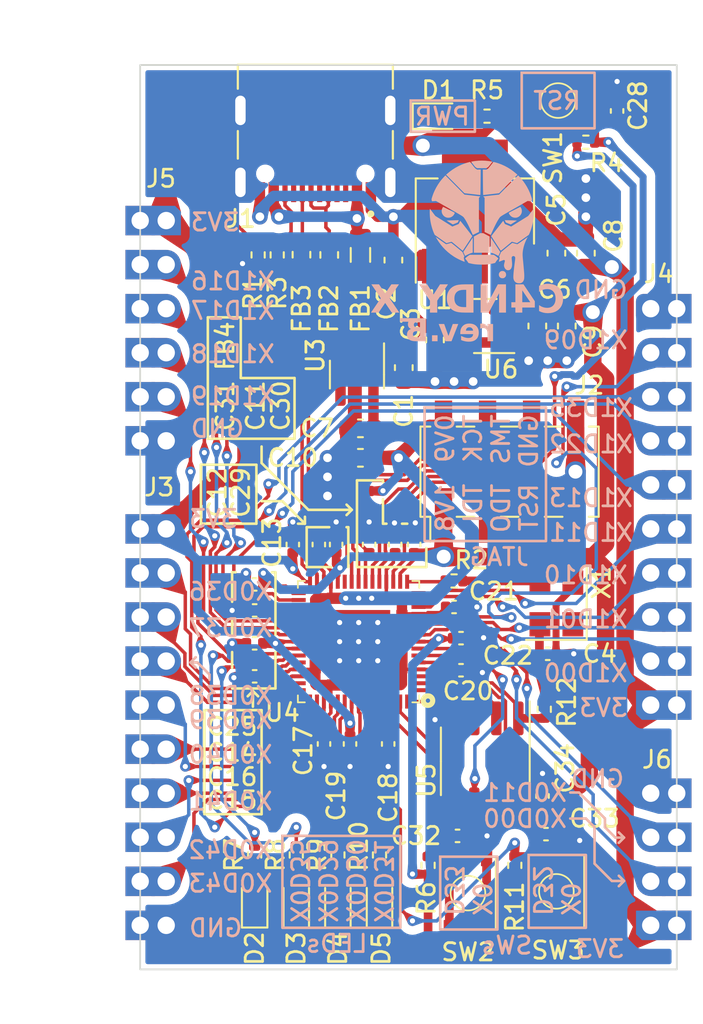
<source format=kicad_pcb>
(kicad_pcb (version 20221018) (generator pcbnew)
  (layers (0 "F.Cu" signal) (31 "B.Cu" signal) (34 "B.Paste" user) (35 "F.Paste" user) (36 "B.SilkS" user "B.Silkscreen") (37 "F.SilkS" user "F.Silkscreen") (38 "B.Mask" user) (39 "F.Mask" user) (44 "Edge.Cuts" user))
  (net 0 "")
  (net 1 "VBUS")
  (net 2 "GND")
  (net 3 "+1V8")
  (net 4 "+3V3")
  (net 5 "VCC")
  (net 6 "/RST_N")
  (net 7 "Net-(U4-PLL_AVDD)")
  (net 8 "/SW0")
  (net 9 "/SW1")
  (net 10 "Net-(D1-A)")
  (net 11 "Net-(D2-A)")
  (net 12 "Net-(D3-A)")
  (net 13 "Net-(D4-A)")
  (net 14 "Net-(D5-A)")
  (net 15 "Net-(FB1-Pad1)")
  (net 16 "/DN")
  (net 17 "/USB_DM")
  (net 18 "/DP")
  (net 19 "/USB_DP")
  (net 20 "Net-(J1-CC1)")
  (net 22 "Net-(J1-CC2)")
  (net 24 "/TDI")
  (net 25 "/TDO")
  (net 26 "/TCK")
  (net 27 "/TMS")
  (net 28 "/8D0")
  (net 29 "/8D1")
  (net 30 "/8D2")
  (net 31 "/8D3")
  (net 32 "/8D4")
  (net 33 "/8D5")
  (net 34 "/8D6")
  (net 35 "/8D7")
  (net 36 "/1A0")
  (net 37 "/1B0")
  (net 38 "/1C0")
  (net 39 "/1D0")
  (net 40 "/1F0")
  (net 41 "/1G0")
  (net 42 "/4A3")
  (net 43 "/1K0")
  (net 44 "/4D0")
  (net 45 "/4D1")
  (net 46 "/4D2")
  (net 47 "/4D3")
  (net 48 "/X0D00")
  (net 49 "/X0D11")
  (net 50 "Net-(X1-OUT)")
  (net 51 "/OSC")
  (net 52 "/LED0")
  (net 53 "/LED1")
  (net 54 "/LED2")
  (net 55 "/LED3")
  (net 57 "/QSPI_IO1")
  (net 58 "/QSPI_IO3")
  (net 59 "/QSPI_NCS")
  (net 60 "/QSPI_CLK")
  (net 63 "/QSPI_IO0")
  (net 64 "/QSPI_IO2")
  (footprint "Capacitor_SMD:C_0402_1005Metric" (layer "F.Cu") (at 129.9 110.2 180)
    (fp_text reference "C14")
    (fp_text value "100nF" hide)
  )
  (footprint "Inductor_SMD:L_0603_1608Metric" (layer "F.Cu") (at 132.6 89.6875 -90)
    (fp_text reference "FB3")
    (fp_text value "BLM18BB121SN1" hide)
  )
  (footprint "Capacitor_SMD:C_0402_1005Metric" (layer "F.Cu") (at 138 106.4 90)
    (fp_text reference "C11")
    (fp_text value "100nF" hide)
  )
  (footprint "Capacitor_SMD:C_0402_1005Metric" (layer "F.Cu") (at 146.8 112.7 180)
    (fp_text reference "C4")
    (fp_text value "100nF" hide)
  )
  (footprint "Capacitor_SMD:C_0402_1005Metric" (layer "F.Cu") (at 146.7 123.1)
    (fp_text reference "C33")
    (fp_text value "100nF" hide)
  )
  (footprint "Capacitor_SMD:C_0402_1005Metric" (layer "F.Cu") (at 141.8 111.8)
    (fp_text reference "C22")
    (fp_text value "100nF" hide)
  )
  (footprint "Connector_PinHeader_2.54mm:PinHeader_2x04_P2.54mm_Vertical_SMD" (layer "F.Cu") (at 144.6 102.2 90)
    (fp_text reference "J2")
    (fp_text value "JTAG" hide)
  )
  (footprint "Package_TO_SOT_SMD:SOT-23-5" (layer "F.Cu") (at 135.8 96.6 -90)
    (fp_text reference "U3")
    (fp_text value "AP7343Q-09W5-7" hide)
  )
  (footprint "Capacitor_SMD:C_0402_1005Metric" (layer "F.Cu") (at 150.8 81.4 90)
    (fp_text reference "C28")
    (fp_text value "100nF" hide)
  )
  (footprint "My_Parts:PinHeader_2x10_P2.54mm" (layer "F.Cu") (at 124.8 105.5)
    (fp_text reference "J3")
    (fp_text value "Conn_01x10" hide)
  )
  (footprint "Capacitor_SMD:C_0603_1608Metric" (layer "F.Cu") (at 136 99.7 180)
    (fp_text reference "C7")
    (fp_text value "1uF" hide)
  )
  (footprint "Capacitor_SMD:C_0402_1005Metric" (layer "F.Cu") (at 129.9 112.1 180)
    (fp_text reference "C16")
    (fp_text value "100nF" hide)
  )
  (footprint "Resistor_SMD:R_0402_1005Metric" (layer "F.Cu") (at 131.2 89.7 -90)
    (fp_text reference "R3")
    (fp_text value "5.1k" hide)
  )
  (footprint "Capacitor_SMD:C_0402_1005Metric" (layer "F.Cu") (at 135.4 117.9 -90)
    (fp_text reference "C19")
    (fp_text value "100nF" hide)
  )
  (footprint "Resistor_SMD:R_0402_1005Metric" (layer "F.Cu") (at 134.7 124.3 -90)
    (fp_text reference "R9")
    (fp_text value "1k" hide)
  )
  (footprint "My_Parts:Oscillator_SMD_SeikoEpson_SG8002CE-4Pin_3.2x2.5mm" (layer "F.Cu") (at 147.3 109.8 90)
    (fp_text reference "X1")
    (fp_text value "SG-210STF 24.0000ML0" hide)
  )
  (footprint "LED_SMD:LED_0603_1608Metric" (layer "F.Cu") (at 134.7 127 90)
    (fp_text reference "D4")
    (fp_text value "LED" hide)
  )
  (footprint "Capacitor_SMD:C_0402_1005Metric" (layer "F.Cu") (at 129.9 114 180)
    (fp_text reference "C15")
    (fp_text value "100nF" hide)
  )
  (footprint "Capacitor_SMD:C_0402_1005Metric" (layer "F.Cu") (at 139.1 106.4 90)
    (fp_text reference "C30")
    (fp_text value "100nF" hide)
  )
  (footprint "Resistor_SMD:R_0402_1005Metric" (layer "F.Cu") (at 132.3 124.3 -90)
    (fp_text reference "R8")
    (fp_text value "1k" hide)
  )
  (footprint "Capacitor_SMD:C_0402_1005Metric" (layer "F.Cu") (at 141.6 123.2)
    (fp_text reference "C32")
    (fp_text value "100nF" hide)
  )
  (footprint "Capacitor_SMD:C_0402_1005Metric" (layer "F.Cu") (at 141.8 113.65)
    (fp_text reference "C20")
    (fp_text value "100nF" hide)
  )
  (footprint "Resistor_SMD:R_0402_1005Metric" (layer "F.Cu") (at 137.1 124.3 -90)
    (fp_text reference "R10")
    (fp_text value "1k" hide)
  )
  (footprint "Capacitor_SMD:C_0402_1005Metric" (layer "F.Cu") (at 132.1 106.4 90)
    (fp_text reference "C13")
    (fp_text value "100nF" hide)
  )
  (footprint "Capacitor_SMD:C_0402_1005Metric" (layer "F.Cu") (at 137.6 117.9 -90)
    (fp_text reference "C18")
    (fp_text value "100nF" hide)
  )
  (footprint "LED_SMD:LED_0603_1608Metric" (layer "F.Cu") (at 132.3 127 90)
    (fp_text reference "D3")
    (fp_text value "LED" hide)
  )
  (footprint "Resistor_SMD:R_0402_1005Metric" (layer "F.Cu") (at 146.6 115.9 -90)
    (fp_text reference "R12")
    (fp_text value "4.7k" hide)
  )
  (footprint "My_Parts:Gangyuan_UB1611-HGN" (layer "F.Cu") (at 133.4 85.0175 180)
    (fp_text reference "J1")
    (fp_text value "UB1611-HGN" hide)
  )
  (footprint "Capacitor_SMD:C_0603_1608Metric" (layer "F.Cu") (at 147.3 89.6 90)
    (fp_text reference "C5")
    (fp_text value "4.7uF" hide)
  )
  (footprint "Capacitor_SMD:C_0402_1005Metric" (layer "F.Cu") (at 136.5 106.4 90)
    (fp_text reference "C31")
    (fp_text value "1uF" hide)
  )
  (footprint "My_Parts:SKRPABE010" (layer "F.Cu") (at 147.4 80.8)
    (fp_text reference "SW1")
    (fp_text value "SKRPABE010" hide)
  )
  (footprint "Inductor_SMD:L_0402_1005Metric" (layer "F.Cu") (at 136.5 103.8 90)
    (fp_text reference "FB4")
    (fp_text value "BLM15PX601SN1D" hide)
  )
  (footprint "Capacitor_SMD:C_0402_1005Metric" (layer "F.Cu") (at 129.9 108.7 180)
    (fp_text reference "C25")
    (fp_text value "100nF" hide)
  )
  (footprint "LED_SMD:LED_0603_1608Metric" (layer "F.Cu") (at 129.9 127 90)
    (fp_text reference "D2")
    (fp_text value "LED" hide)
  )
  (footprint "Capacitor_SMD:C_0402_1005Metric" (layer "F.Cu") (at 133.9 117.9 -90)
    (fp_text reference "C17")
    (fp_text value "100nF" hide)
  )
  (footprint "Capacitor_SMD:C_0402_1005Metric" (layer "F.Cu") (at 146.5 120.9 90)
    (fp_text reference "C34")
    (fp_text value "100nF" hide)
  )
  (footprint "Resistor_SMD:R_0402_1005Metric" (layer "F.Cu") (at 149 83.2)
    (fp_text reference "R4")
    (fp_text value "10k" hide)
  )
  (footprint "Package_SO:SOIC-8_3.9x4.9mm_P1.27mm" (layer "F.Cu") (at 143.2 118.9 -90)
    (fp_text reference "U5")
    (fp_text value "AT25FF321A-SSHN-T" hide)
  )
  (footprint "Capacitor_SMD:C_0603_1608Metric" (layer "F.Cu") (at 137.9 90 90)
    (fp_text reference "C2")
    (fp_text value "4.7uF" hide)
  )
  (footprint "Capacitor_SMD:C_0603_1608Metric" (layer "F.Cu") (at 149 89.6 90)
    (fp_text reference "C8")
    (fp_text value "4.7uF" hide)
  )
  (footprint "Resistor_SMD:R_0402_1005Metric" (layer "F.Cu") (at 143.3 81.7 180)
    (fp_text reference "R5")
    (fp_text value "1k" hide)
  )
  (footprint "Resistor_SMD:R_0402_1005Metric" (layer "F.Cu") (at 144.9 124.9 90)
    (fp_text reference "R11")
    (fp_text value "10k" hide)
  )
  (footprint "Resistor_SMD:R_0402_1005Metric" (layer "F.Cu") (at 130.1 89.7 -90)
    (fp_text reference "R1")
    (fp_text value "5.1k" hide)
  )
  (footprint "Resistor_SMD:R_0402_1005Metric" (layer "F.Cu") (at 139.9 124.9 90)
    (fp_text reference "R6")
    (fp_text value "10k" hide)
  )
  (footprint "My_Parts:XU316-1024-QF60" (layer "F.Cu") (at 135.893197 112 180)
    (fp_text reference "U4")
    (fp_text value "XU316-1024-QF60B-C32" hide)
  )
  (footprint "Package_TO_SOT_SMD:SOT-23" (layer "F.Cu") (at 143.2 93.8 180)
    (fp_text reference "U6")
    (fp_text value "AP2127N-1.8TRG1" hide)
  )
  (footprint "My_Parts:PinHeader_2x06_P2.54mm" (layer "F.Cu") (at 124.8 87.72)
    (fp_text reference "J5")
    (fp_text value "Conn_01x06" hide)
  )
  (footprint "LED_SMD:LED_0603_1608Metric" (layer "F.Cu") (at 140.5 81.7)
    (fp_text reference "D1")
    (fp_text value "LED" hide)
  )
  (footprint "Resistor_SMD:R_0402_1005Metric" (layer "F.Cu") (at 129.9 124.3 -90)
    (fp_text reference "R7")
    (fp_text value "1k" hide)
  )
  (footprint "My_Parts:PinHeader_2x04_P2.54mm" (layer "F.Cu") (at 152.74 128.36 180)
    (fp_text reference "J6")
    (fp_text value "Conn_01x04" hide)
  )
  (footprint "Capacitor_SMD:C_0603_1608Metric" (layer "F.Cu") (at 140.3 94.6 -90)
    (fp_text reference "C3")
    (fp_text value "1uF" hide)
  )
  (footprint "Capacitor_SMD:C_0603_1608Metric" (layer "F.Cu") (at 136 101.4 180)
    (fp_text reference "C10")
    (fp_text value "1uF" hide)
  )
  (footprint "Capacitor_SMD:C_0603_1608Metric" (layer "F.Cu") (at 146.2 93.8 -90)
    (fp_text reference "C6")
    (fp_text value "1uF" hide)
  )
  (footprint "My_Parts:PinHeader_2x10_P2.54mm" (layer "F.Cu") (at 152.74 115.66 180)
    (fp_text reference "J4")
    (fp_text value "Conn_01x10" hide)
  )
  (footprint "My_Parts:SKRPABE010" (layer "F.Cu") (at 142.2 126.5 -90)
    (fp_text reference "SW2")
    (fp_text value "SKRPABE010" hide)
  )
  (footprint "LED_SMD:LED_0603_1608Metric" (layer "F.Cu") (at 137.1 127 90)
    (fp_text reference "D5")
    (fp_text value "LED" hide)
  )
  (footprint "Capacitor_SMD:C_0603_1608Metric" (layer "F.Cu") (at 147.9 93.8 -90)
    (fp_text reference "C9")
    (fp_text value "1uF" hide)
  )
  (footprint "Capacitor_SMD:C_0402_1005Metric" (layer "F.Cu") (at 141.4 110)
    (fp_text reference "C21")
    (fp_text value "100nF" hide)
  )
  (footprint "Capacitor_SMD:C_0402_1005Metric" (layer "F.Cu") (at 134.6 106.4 90)
    (fp_text reference "C29")
    (fp_text value "100nF" hide)
  )
  (footprint "My_Parts:SKRPABE010" (layer "F.Cu") (at 147.3 126.4 -90)
    (fp_text reference "SW3")
    (fp_text value "SKRPABE010" hide)
  )
  (footprint "Capacitor_SMD:C_0402_1005Metric" (layer "F.Cu") (at 133.6 106.4 90)
    (fp_text reference "C12")
    (fp_text value "100nF" hide)
  )
  (footprint "Package_TO_SOT_SMD:SOT-223-3_TabPin2" (layer "F.Cu") (at 142.6 87.2 90)
    (fp_text reference "U1")
    (fp_text value "AP7361EA-33E-13" hide)
  )
  (footprint "Capacitor_SMD:C_0603_1608Metric" (layer "F.Cu") (at 138.5 96.2 -90)
    (fp_text reference "C1")
    (fp_text value "1uF" hide)
  )
  (footprint "Resistor_SMD:R_0402_1005Metric" (layer "F.Cu") (at 141.4 108.5 180)
    (fp_text reference "R2")
    (fp_text value "33" hide)
  )
  (footprint "Inductor_SMD:L_0603_1608Metric" (layer "F.Cu") (at 134.2 89.7 -90)
    (fp_text reference "FB2")
    (fp_text value "BLM18BB121SN1" hide)
  )
  (footprint "Inductor_SMD:L_0805_2012Metric" (layer "F.Cu") (at 136 89.7 -90)
    (fp_text reference "FB1")
    (fp_text value "BLM21PG221SN1" hide)
  )
  (footprint "My_Parts:LOGO" (layer "B.Cu") (at 143 87.8 180)
    (fp_text reference "REF**" hide)
    (fp_text value "LOGO" hide)
  )
  (gr_line (start 151.2 123.3) (end 150.9 123) (stroke (width 0.15)) (layer "B.SilkS"))
  (gr_line (start 126.2 113.2) (end 126.5 113.5) (stroke (width 0.15)) (layer "B.SilkS"))
  (gr_line (start 150.1 122.7) (end 150.7 123.3) (stroke (width 0.15)) (layer "B.SilkS"))
  (gr_line (start 150.1 122.2) (end 150.1 122.7) (stroke (width 0.15)) (layer "B.SilkS"))
  (gr_line (start 149 122.2) (end 149.5 122.7) (stroke (width 0.15)) (layer "B.SilkS"))
  (gr_rect (start 140.6 124.4) (end 143.9 128.6) (stroke (width 0.15)) (fill none) (layer "B.SilkS"))
  (gr_rect (start 145.7 124.3) (end 149 128.5) (stroke (width 0.15)) (fill none) (layer "B.SilkS"))
  (gr_line (start 148.1 122.2) (end 149 122.2) (stroke (width 0.15)) (layer "B.SilkS"))
  (gr_rect (start 139.7 98.5) (end 146.7 106.2) (stroke (width 0.15)) (fill none) (layer "B.SilkS"))
  (gr_line (start 150.7 123.3) (end 151.2 123.3) (stroke (width 0.15)) (layer "B.SilkS"))
  (gr_rect (start 145.3 79.2) (end 149.5 82.4) (stroke (width 0.15)) (fill none) (layer "B.SilkS"))
  (gr_line (start 127.3 114.2) (end 127.3 113.9) (stroke (width 0.15)) (layer "B.SilkS"))
  (gr_line (start 151.2 125.8) (end 150.9 126.1) (stroke (width 0.15)) (layer "B.SilkS"))
  (gr_rect (start 131.5 123.2) (end 138.3 128.5) (stroke (width 0.15)) (fill none) (layer "B.SilkS"))
  (gr_rect (start 138.9 80.8) (end 142.6 82.6) (stroke (width 0.15)) (fill none) (layer "B.SilkS"))
  (gr_line (start 150.5 125.8) (end 151.2 125.8) (stroke (width 0.15)) (layer "B.SilkS"))
  (gr_line (start 127.3 113.9) (end 126.6 113.2) (stroke (width 0.15)) (layer "B.SilkS"))
  (gr_line (start 151.2 125.8) (end 150.9 125.5) (stroke (width 0.15)) (layer "B.SilkS"))
  (gr_line (start 148.1 120.7) (end 148.6 120.7) (stroke (width 0.15)) (layer "B.SilkS"))
  (gr_line (start 148.6 120.7) (end 150.1 122.2) (stroke (width 0.15)) (layer "B.SilkS"))
  (gr_line (start 151.2 123.3) (end 150.9 123.6) (stroke (width 0.15)) (layer "B.SilkS"))
  (gr_line (start 126.2 113.2) (end 126.5 112.9) (stroke (width 0.15)) (layer "B.SilkS"))
  (gr_line (start 126.6 113.2) (end 126.2 113.2) (stroke (width 0.15)) (layer "B.SilkS"))
  (gr_line (start 149.5 122.7) (end 149.5 124.8) (stroke (width 0.15)) (layer "B.SilkS"))
  (gr_line (start 149.5 124.8) (end 150.5 125.8) (stroke (width 0.15)) (layer "B.SilkS"))
  (gr_line (start 139.8 107.7) (end 139.8 106.6) (stroke (width 0.15)) (layer "F.SilkS"))
  (gr_line (start 130.3 115.95) (end 127 115.95) (stroke (width 0.15)) (layer "F.SilkS"))
  (gr_line (start 131.1 108) (end 130.9 108) (stroke (width 0.15)) (layer "F.SilkS"))
  (gr_line (start 129.8 114.85) (end 129.5 115.15) (stroke (width 0.15)) (layer "F.SilkS"))
  (gr_line (start 128.6 108) (end 128.8 108) (stroke (width 0.15)) (layer "F.SilkS"))
  (gr_line (start 137.4 105.2) (end 137.5 105.2) (stroke (width 0.15)) (layer "F.SilkS"))
  (gr_line (start 129.8 115.75) (end 129.8 114.85) (stroke (width 0.15)) (layer "F.SilkS"))
  (gr_line (start 128.6 109.7) (end 128.6 108) (stroke (width 0.15)) (layer "F.SilkS"))
  (gr_line (start 132.8 105.2) (end 132.8 104.8) (stroke (width 0.15)) (layer "F.SilkS"))
  (gr_line (start 132.9 107.7) (end 132.9 105.4) (stroke (width 0.15)) (layer "F.SilkS"))
  (gr_line (start 128.6 113.5) (end 128.6 112.6) (stroke (width 0.15)) (layer "F.SilkS"))
  (gr_line (start 135.2 105.4) (end 135.3 105.4) (stroke (width 0.15)) (layer "F.SilkS"))
  (gr_line (start 130.3 100.75) (end 130.3 101.7) (stroke (width 0.15)) (layer "F.SilkS"))
  (gr_line (start 135.8 102.7) (end 135.8 107.7) (stroke (width 0.15)) (layer "F.SilkS"))
  (gr_line (start 138.4 105.2) (end 138.7 105.2) (stroke (width 0.15)) (layer "F.SilkS"))
  (gr_line (start 129.1 96.8) (end 129.1 93.3) (stroke (width 0.15)) (layer "F.SilkS"))
  (gr_line (start 130.3 103.9) (end 131.5 103.9) (stroke (width 0.15)) (layer "F.SilkS"))
  (gr_line (start 127 115.95) (end 127 121.95) (stroke (width 0.15)) (layer "F.SilkS"))
  (gr_line (start 130.3 121.95) (end 130.3 115.95) (stroke (width 0.15)) (layer "F.SilkS"))
  (gr_line (start 128.6 111.6) (end 128.6 110.7) (stroke (width 0.15)) (layer "F.SilkS"))
  (gr_line (start 127.2 100.3) (end 132.2 100.3) (stroke (width 0.15)) (layer "F.SilkS"))
  (gr_line (start 137.3 103.8) (end 137.3 105.2) (stroke (width 0.15)) (layer "F.SilkS"))
  (gr_line (start 129.8 114.85) (end 130.1 115.15) (stroke (width 0.15)) (layer "F.SilkS"))
  (gr_line (start 132.2 96.8) (end 129.1 96.8) (stroke (width 0.15)) (layer "F.SilkS"))
  (gr_line (start 137.3 105.2) (end 137.4 105.2) (stroke (width 0.15)) (layer "F.SilkS"))
  (gr_line (start 131.1 114.7) (end 131.1 112.6) (stroke (width 0.15)) (layer "F.SilkS"))
  (gr_line (start 126.8 105.2) (end 130 105.2) (stroke (width 0.15)) (layer "F.SilkS"))
  (gr_line (start 135.8 102.7) (end 137.3 102.7) (stroke (width 0.15)) (layer "F.SilkS"))
  (gr_line (start 132.8 105.2) (end 132.4 105.2) (stroke (width 0.15)) (layer "F.SilkS"))
  (gr_line (start 134.3 107.7) (end 132.9 107.7) (stroke (width 0.15)) (layer "F.SilkS"))
  (gr_line (start 133 104.4) (end 135.5 104.4) (stroke (width 0.15)) (layer "F.SilkS"))
  (gr_line (start 130 101.8) (end 126.8 101.8) (stroke (width 0.15)) (layer "F.SilkS"))
  (gr_line (start 135.5 104.4) (end 135.2 104.1) (stroke (width 0.15)) (layer "F.SilkS"))
  (gr_line (start 126.8 101.8) (end 126.8 105.2) (stroke (width 0.15)) (layer "F.SilkS"))
  (gr_line (start 131.1 111.6) (end 131.1 108) (stroke (width 0.15)) (layer "F.SilkS"))
  (gr_line (start 135.5 104.4) (end 135.2 104.7) (stroke (width 0.15)) (layer "F.SilkS"))
  (gr_line (start 132.2 100.3) (end 132.2 96.8) (stroke (width 0.15)) (layer "F.SilkS"))
  (gr_line (start 130 105.2) (end 130 101.8) (stroke (width 0.15)) (layer "F.SilkS"))
  (gr_line (start 131.5 103.9) (end 132.8 105.2) (stroke (width 0.15)) (layer "F.SilkS"))
  (gr_line (start 130.3 101.7) (end 133 104.4) (stroke (width 0.15)) (layer "F.SilkS"))
  (gr_line (start 127.2 93.3) (end 127.2 100.3) (stroke (width 0.15)) (layer "F.SilkS"))
  (gr_line (start 127.1 121.95) (end 130.3 121.95) (stroke (width 0.15)) (layer "F.SilkS"))
  (gr_line (start 137.3 102.7) (end 137.3 102.8) (stroke (width 0.15)) (layer "F.SilkS"))
  (gr_line (start 135.3 105.4) (end 135.3 107.7) (stroke (width 0.15)) (layer "F.SilkS"))
  (gr_line (start 135.8 107.7) (end 139.8 107.7) (stroke (width 0.15)) (layer "F.SilkS"))
  (gr_line (start 131.1 114.7) (end 128.6 114.7) (stroke (width 0.15)) (layer "F.SilkS"))
  (gr_line (start 132.9 105.4) (end 134.2 105.4) (stroke (width 0.15)) (layer "F.SilkS"))
  (gr_line (start 129.1 93.3) (end 127.2 93.3) (stroke (width 0.15)) (layer "F.SilkS"))
  (gr_rect (start 123.3 78.75) (end 154.24 130.9) (stroke (width 0.1)) (fill none) (layer "Edge.Cuts"))
  (gr_text "X0D38" (at 131.017619 115.7) (layer "B.SilkS") (effects (font (size 1 1) (thickness 0.16)) (justify left bottom mirror)))
  (gr_text "GND" (at 151.3 120.5) (layer "B.SilkS") (effects (font (size 1 1) (thickness 0.16)) (justify left bottom mirror)))
  (gr_text "3V3" (at 129 105.5) (layer "B.SilkS") (effects (font (size 1 1) (thickness 0.16)) (justify left bottom mirror)))
  (gr_text "3V3" (at 151.5 116.4) (layer "B.SilkS") (effects (font (size 1 1) (thickness 0.16)) (justify left bottom mirror)))
  (gr_text "GND" (at 129.385714 100.3) (layer "B.SilkS") (effects (font (size 1 1) (thickness 0.16)) (justify left bottom mirror)))
  (gr_text "X1D18" (at 131.147619 96) (layer "B.SilkS") (effects (font (size 1 1) (thickness 0.16)) (justify left bottom mirror)))
  (gr_text "3V3" (at 151.3 130.3) (layer "B.SilkS") (effects (font (size 1 1) (thickness 0.16)) (justify left bottom mirror)))
  (gr_text "X1D22" (at 151.8 101.2) (layer "B.SilkS") (effects (font (size 1 1) (thickness 0.16)) (justify left bottom mirror)))
  (gr_text "X0D42" (at 131 124.6) (layer "B.SilkS") (effects (font (size 1 1) (thickness 0.16)) (justify left bottom mirror)))
  (gr_text "X1D11" (at 151.8 106.3) (layer "B.SilkS") (effects (font (size 1 1) (thickness 0.16)) (justify left bottom mirror)))
  (gr_text "X0D41" (at 131.017619 121.8) (layer "B.SilkS") (effects (font (size 1 1) (thickness 0.16)) (justify left bottom mirror)))
  (gr_text "1V8\nTDI\nTDO\nRST" (at 146.3 102.8 90) (layer "B.SilkS") (effects (font (size 1 1) (thickness 0.16)) (justify left bottom mirror)))
  (gr_text "X0D37" (at 131.017619 111.8) (layer "B.SilkS") (effects (font (size 1 1) (thickness 0.16)) (justify left bottom mirror)))
  (gr_text "X1D09" (at 151.5 95.2) (layer "B.SilkS") (effects (font (size 1 1) (thickness 0.16)) (justify left bottom mirror)))
  (gr_text "X0D31\nX0D30\nX0D29\nX0D35" (at 131.9 128.3 270) (layer "B.SilkS") (effects (font (size 1 1) (thickness 0.16)) (justify left bottom mirror)))
  (gr_text "GND" (at 129.285714 129.1) (layer "B.SilkS") (effects (font (size 1 1) (thickness 0.16)) (justify left bottom mirror)))
  (gr_text "X0D00" (at 148 122.8) (layer "B.SilkS") (effects (font (size 1 1) (thickness 0.16)) (justify left bottom mirror)))
  (gr_text "X0D36" (at 131.017619 109.7) (layer "B.SilkS") (effects (font (size 1 1) (thickness 0.16)) (justify left bottom mirror)))
  (gr_text "X1D17" (at 131.147619 93.5) (layer "B.SilkS") (effects (font (size 1 1) (thickness 0.16)) (justify left bottom mirror)))
  (gr_text "X0D11" (at 148 121.3) (layer "B.SilkS") (effects (font (size 1 1) (thickness 0.16)) (justify left bottom mirror)))
  (gr_text "LEDs" (at 136.5 130) (layer "B.SilkS") (effects (font (size 1 1) (thickness 0.16)) (justify left bottom mirror)))
  (gr_text "rev.B" (at 143.8 94.9) (layer "B.SilkS") (effects (font (size 1.3 1.3) (thickness 0.2) bold) (justify left bottom mirror)))
  (gr_text "SWs" (at 146 130.1) (layer "B.SilkS") (effects (font (size 1 1) (thickness 0.16)) (justify left bottom mirror)))
  (gr_text "X1D19" (at 131.147619 98.429452) (layer "B.SilkS") (effects (font (size 1 1) (thickness 0.16)) (justify left bottom mirror)))
  (gr_text "X0D40" (at 131.017619 119.1) (layer "B.SilkS") (effects (font (size 1 1) (thickness 0.16)) (justify left bottom mirror)))
  (gr_text "X0D43" (at 131.017619 126.529452) (layer "B.SilkS") (effects (font (size 1 1) (thickness 0.16)) (justify left bottom mirror)))
  (gr_text "X1D10" (at 151.5 108.748364) (layer "B.SilkS") (effects (font (size 1 1) (thickness 0.16)) (justify left bottom mirror)))
  (gr_text "X1D35" (at 151.8 99.1) (layer "B.SilkS") (effects (font (size 1 1) (thickness 0.16)) (justify left bottom mirror)))
  (gr_text "PWR" (at 142.4 82.3) (layer "B.SilkS") (effects (font (size 1 1) (thickness 0.16)) (justify left bottom mirror)))
  (gr_text "3V3" (at 129.1 88.4) (layer "B.SilkS") (effects (font (size 1 1) (thickness 0.16)) (justify left bottom mirror)))
  (gr_text "X0\nD32" (at 145.9 127.9 270) (layer "B.SilkS") (effects (font (size 1 1) (thickness 0.16)) (justify left bottom mirror)))
  (gr_text "X1D13" (at 151.8 104.3) (layer "B.SilkS") (effects (font (size 1 1) (thickness 0.16)) (justify left bottom mirror)))
  (gr_text "0V9\nTCK\nTMS\nGND" (at 146.2949 98.8 90) (layer "B.SilkS") (effects (font (size 1 1) (thickness 0.16)) (justify left bottom mirror)))
  (gr_text "RST" (at 148.8 81.4) (layer "B.SilkS") (effects (font (size 1 1) (thickness 0.16)) (justify left bottom mirror)))
  (gr_text "JTAG" (at 145.8 107.7) (layer "B.SilkS") (effects (font (size 1 1) (thickness 0.16)) (justify left bottom mirror)))
  (gr_text "X0\nD33" (at 140.8 127.9 270) (layer "B.SilkS") (effects (font (size 1 1) (thickness 0.16)) (justify left bottom mirror)))
  (gr_text "X1D00" (at 151.5 114.4) (layer "B.SilkS") (effects (font (size 1 1) (thickness 0.16)) (justify left bottom mirror)))
  (gr_text "X1D01" (at 151.5 111.288908) (layer "B.SilkS") (effects (font (size 1 1) (thickness 0.16)) (justify left bottom mirror)))
  (gr_text "X1D16" (at 131.147619 91.8) (layer "B.SilkS") (effects (font (size 1 1) (thickness 0.16)) (justify left bottom mirror)))
  (gr_text "C4NDY_X" (at 147.8 93.3) (layer "B.SilkS") (effects (font (size 1.6 1.6) (thickness 0.2) bold) (justify left bottom mirror)))
  (gr_text "GND" (at 151.5 92.3) (layer "B.SilkS") (effects (font (size 1 1) (thickness 0.16)) (justify left bottom mirror)))
  (gr_text "X0D39" (at 131.017619 117.1) (layer "B.SilkS") (effects (font (size 1 1) (thickness 0.16)) (justify left bottom mirror)))
  (segment (start 134.85 94.75) (end 135.8 93.8) (width 0.6) (layer "F.Cu") (net 1))
  (segment (start 142.2625 93.8) (end 140.325 93.8) (width 0.6) (layer "F.Cu") (net 1))
  (segment (start 140.325 93.8) (end 140.3 93.825) (width 0.6) (layer "F.Cu") (net 1))
  (segment (start 134.85 95.4625) (end 134.85 94.75) (width 0.6) (layer "F.Cu") (net 1))
  (segment (start 143.275 128.575) (end 143.275 124.425) (width 0.5) (layer "F.Cu") (net 2))
  (segment (start 135.8 96.2) (end 136.2 96.6) (width 0.6) (layer "F.Cu") (net 2))
  (segment (start 142.90147 113.65) (end 143.032235 113.780765) (width 0.5) (layer "F.Cu") (net 2))
  (segment (start 150.8 80.92) (end 150.8 79.7) (width 0.5) (layer "F.Cu") (net 2))
  (segment (start 136.2 96.6) (end 138.125 96.6) (width 0.6) (layer "F.Cu") (net 2))
  (segment (start 132.3 127.7875) (end 129.9 127.7875) (width 0.8) (layer "F.Cu") (net 2))
  (segment (start 149 88.825) (end 147.3 88.825) (width 0.8) (layer "F.Cu") (net 2))
  (segment (start 147.28 112.7) (end 147.28 109.868) (width 0.4) (layer "F.Cu") (net 2))
  (segment (start 134.6 105.1) (end 134.6 105.92) (width 0.5) (layer "F.Cu") (net 2))
  (segment (start 150.775 79.725) (end 150.8 79.7) (width 0.5) (layer "F.Cu") (net 2))
  (segment (start 137.6 118.38) (end 137.6 119.2) (width 0.5) (layer "F.Cu") (net 2))
  (segment (start 125.3725 127.7875) (end 124.8 128.36) (width 0.8) (layer "F.Cu") (net 2))
  (segment (start 136.6 87.1) (end 137 87.5) (width 0.6) (layer "F.Cu") (net 2))
  (segment (start 147.18 123.1) (end 147.63 123.55) (width 0.5) (layer "F.Cu") (net 2))
  (segment (start 137.9 88.925) (end 137.9 87.5) (width 0.6) (layer "F.Cu") (net 2))
  (segment (start 129.9 127.7875) (end 125.3725 127.7875) (width 0.8) (layer "F.Cu") (net 2))
  (segment (start 140.3 116.5) (end 141.22 116.5) (width 0.5) (layer "F.Cu") (net 2))
  (segment (start 146.5 120.42) (end 146.5 119.6) (width 0.5) (layer "F.Cu") (net 2))
  (segment (start 148.41 102.19) (end 148.4 102.2) (width 1) (layer "F.Cu") (net 2))
  (segment (start 147.28 112.7) (end 148.3 112.7) (width 0.5) (layer "F.Cu") (net 2))
  (segment (start 134.1 101.4) (end 134.1 104.6) (width 0.8) (layer "F.Cu") (net 2))
  (segment (start 128.6 112.1) (end 129.42 112.1) (width 0.5) (layer "F.Cu") (net 2))
  (segment (start 143.0735 111.8) (end 143.1 111.7735) (width 0.5) (layer "F.Cu") (net 2))
  (segment (start 129.21 90.21) (end 129.2 90.2) (width 0.5) (layer "F.Cu") (net 2))
  (segment (start 148.559403 123.55) (end 148.643761 123.465642) (width 0.5) (layer "F.Cu") (net 2))
  (segment (start 144.1375 94.75) (end 140.925 94.75) (width 0.6) (layer "F.Cu") (net 2))
  (segment (start 129.42 114) (end 128.776342 114) (width 0.5) (layer "F.Cu") (net 2))
  (segment (start 147.9 94.575) (end 147.9 95.8) (width 0.8) (layer "F.Cu") (net 2))
  (segment (start 135.225 99.7) (end 135.677 99.248) (width 0.8) (layer "F.Cu") (net 2))
  (segment (start 134.7 127.7875) (end 132.3 127.7875) (width 0.8) (layer "F.Cu") (net 2))
  (segment (start 135.677 97.123) (end 136.2 96.6) (width 0.8) (layer "F.Cu") (net 2))
  (segment (start 134.1 104.6) (end 134.6 105.1) (width 0.8) (layer "F.Cu") (net 2))
  (segment (start 140.275 96.975) (end 140.3 97) (width 0.6) (layer "F.Cu") (net 2))
  (segment (start 139.7125 81.7) (end 138.0525 81.7) (width 0.5) (layer "F.Cu") (net 2))
  (segment (start 129.42 108.07) (end 129.4 108.05) (width 0.5) (layer "F.Cu") (net 2))
  (segment (start 149 86.4) (end 149 85.3) (width 0.8) (layer "F.Cu") (net 2))
  (segment (start 144.1375 94.75) (end 146.025 94.75) (width 0.6) (layer "F.Cu") (net 2))
  (segment (start 137 87.5) (end 137.9 87.5) (width 0.6) (layer "F.Cu") (net 2))
  (segment (start 149 87.5) (end 149 86.4) (width 0.8) (layer "F.Cu") (net 2))
  (segment (start 131.2 90.21) (end 130.1 90.21) (width 0.5) (layer "F.Cu") (net 2))
  (segment (start 141.4 97) (end 142.5 97) (width 0.8) (layer "F.Cu") (net 2))
  (segment (start 148.375 128.475) (end 148.375 124.325) (width 0.5) (layer "F.Cu") (net 2))
  (segment (start 138 105.192153) (end 137.963 105.155153) (width 0.5) (layer "F.Cu") (net 2))
  (segment (start 138.125 96.6) (end 138.5 96.975) (width 0.6) (layer "F.Cu") (net 2))
  (segment (start 147.9 95.8) (end 146.8 95.8) (width 0.8) (layer "F.Cu") (net 2))
  (segment (start 140.925 94.75) (end 140.3 95.375) (width 0.6) (layer "F.Cu") (net 2))
  (segment (start 128.776342 114) (end 128.700214 114.076128) (width 0.5) (layer "F.Cu") (net 2))
  (segment (start 136.5 105.92) (end 136.5 105.1) (width 0.5) (layer "F.Cu") (net 2))
  (segment (start 149.475 79.725) (end 150.775 79.725) (width 0.5) (layer "F.Cu") (net 2))
  (segment (start 147.18 123.1) (end 147.18 123.13) (width 0.5) (layer "F.Cu") (net 2))
  (segment (start 133.6 105.92) (end 134.6 105.92) (width 0.5) (layer "F.Cu") (net 2))
  (segment (start 138.0525 81.7) (end 137.72 81.3675) (width 0.5) (layer "F.Cu") (net 2))
  (segment (start 135.225 101.4) (end 135.225 99.7) (width 0.8) (layer "F.Cu") (net 2))
  (segment (start 135.225 101.4) (end 134.1 101.4) (width 0.8) (layer "F.Cu") (net 2))
  (segment (start 135.8 95.4625) (end 135.8 96.2) (width 0.6) (layer "F.Cu") (net 2))
  (segment (start 146.025 94.75) (end 146.2 94.575) (width 0.6) (layer "F.Cu") (net 2))
  (segment (start 129.42 110.2) (end 128.6 110.2) (width 0.5) (layer "F.Cu") (net 2))
  (segment (start 149 88.825) (end 149 87.5) (width 0.8) (layer "F.Cu") (net 2))
  (segment (start 145.325 79.725) (end 149.475 79.725) (width 0.5) (layer "F.Cu") (net 2))
  (segment (start 135.677 99.248) (end 135.677 97.123) (width 0.8) (layer "F.Cu") (net 2))
  (segment (start 136.6 86.0825) (end 136.6 87.1) (width 0.6) (layer "F.Cu") (net 2))
  (segment (start 142.08 123.2) (end 142.08 123.23) (width 0.5) (layer "F.Cu") (net 2))
  (segment (start 148.25 108.898) (end 148.25 108.6) (width 0.4) (layer "F.Cu") (net 2))
  (segment (start 138 105.92) (end 138 105.192153) (width 0.5) (layer "F.Cu") (net 2))
  (segment (start 147.63 123.55) (end 148.559403 123.55) (width 0.5) (layer "F.Cu") (net 2))
  (segment (start 143.275 123.225) (end 143.3 123.2) (width 0.5) (layer "F.Cu") (net 2))
  (segment (start 142.08 123.2) (end 143.3 123.2) (width 0.5) (layer "F.Cu") (net 2))
  (segment (start 140.3 95.375) (end 140.3 97) (width 0.8) (layer "F.Cu") (net 2))
  (segment (start 143.275 124.425) (end 143.275 123.225) (width 0.5) (layer "F.Cu") (net 2))
  (segment (start 146.8 95.8) (end 145.7 95.8) (width 0.8) (layer "F.Cu") (net 2))
  (segment (start 148.375 123.734403) (end 148.643761 123.465642) (width 0.5) (layer "F.Cu") (net 2))
  (segment (start 147.28 109.868) (end 148.25 108.898) (width 0.4) (layer "F.Cu") (net 2))
  (segment (start 140.3 97) (end 141.4 97) (width 0.8) (layer "F.Cu") (net 2))
  (segment (start 130.2 86.0825) (end 130.2 87.5) (width 0.6) (layer "F.Cu") (net 2))
  (segment (start 148.375 124.325) (end 148.375 123.734403) (width 0.5) (layer "F.Cu") (net 2))
  (segment (start 141.22 116.5) (end 141.295 116.425) (width 0.5) (layer "F.Cu") (net 2))
  (segment (start 130.1 90.21) (end 129.21 90.21) (width 0.5) (layer "F.Cu") (net 2))
  (segment (start 147.9 94.575) (end 146.2 94.575) (width 0.8) (layer "F.Cu") (net 2))
  (segment (start 139.163 105.14942) (end 139.163 105.757) (width 0.5) (layer "F.Cu") (net 2))
  (segment (start 132.1 105.92) (end 132.1 105.1) (width 0.5) (layer "F.Cu") (net 2))
  (segment (start 129.42 108.7) (end 129.42 108.07) (width 0.5) (layer "F.Cu") (net 2))
  (segment (start 142.28 111.8) (end 143.0735 111.8) (width 0.5) (layer "F.Cu") (net 2))
  (segment (start 142.28 113.65) (end 142.90147 113.65) (width 0.5) (layer "F.Cu") (net 2))
  (segment (start 138.5 96.975) (end 140.275 96.975) (width 0.8) (layer "F.Cu") (net 2))
  (segment (start 133.9 118.38) (end 133.9 119.2) (width 0.5) (layer "F.Cu") (net 2))
  (segment (start 142.716261 110) (end 141.88 110) (width 0.5) (layer "F.Cu") (net 2))
  (segment (start 135.4 118.38) (end 135.4 119.2) (width 0.5) (layer "F.Cu") (net 2))
  (segment (start 148.41 99.675) (end 148.41 102.19) (width 1) (layer "F.Cu") (net 2))
  (segment (start 137.1 127.7875) (end 134.7 127.7875) (width 0.8) (layer "F.Cu") (net 2))
  (segment (start 148.41 102.21) (end 148.4 102.2) (width 1) (layer "F.Cu") (net 2))
  (via (at 141.4 97) (size 0.9) (drill 0.5) (layers "F.Cu" "B.Cu") (net 2))
  (via (at 128.6 110.2) (size 0.6) (drill 0.3) (layers "F.Cu" "B.Cu") (net 2))
  (via (at 148.3 112.7) (size 0.6) (drill 0.3) (layers "F.Cu" "B.Cu") (net 2))
  (via (at 140.3 97) (size 0.9) (drill 0.5) (layers "F.Cu" "B.Cu") (net 2))
  (via (at 149 86.4) (size 0.9) (drill 0.5) (layers "F.Cu" "B.Cu") (net 2))
  (via (at 134.1 101.4) (size 0.9) (drill 0.5) (layers "F.Cu" "B.Cu") (net 2))
  (via (at 132.1 105.1) (size 0.6) (drill 0.3) (layers "F.Cu" "B.Cu") (net 2))
  (via (at 135.893197 112) (size 0.6) (drill 0.3) (layers "F.Cu" "B.Cu") (net 2))
  (via (at 137 110.9) (size 0.6) (drill 0.3) (layers "F.Cu" "B.Cu") (net 2))
  (via (at 134.1 103.6) (size 0.9) (drill 0.5) (layers "F.Cu" "B.Cu") (net 2))
  (via (at 135.9 113.1) (size 0.6) (drill 0.3) (layers "F.Cu" "B.Cu") (net 2))
  (via (at 147.9 95.8) (size 0.9) (drill 0.5) (layers "F.Cu" "B.Cu") (net 2))
  (via (at 128.700214 114.076128) (size 0.6) (drill 0.3) (layers "F.Cu" "B.Cu") (net 2))
  (via (at 148.4 102.2) (size 1.2) (drill 0.8) (layers "F.Cu" "B.Cu") (net 2))
  (via (at 142.716261 110) (size 0.6) (drill 0.3) (layers "F.Cu" "B.Cu") (net 2))
  (via (at 145.7 95.8) (size 0.9) (drill 0.5) (layers "F.Cu" "B.Cu") (net 2))
  (via (at 146.5 119.6) (size 0.6) (drill 0.3) (layers "F.Cu" "B.Cu") (net 2))
  (via (at 149 85.3) (size 0.9) (drill 0.5) (layers "F.Cu" "B.Cu") (net 2))
  (via (at 129.4 108.05) (size 0.6) (drill 0.3) (layers "F.Cu" "B.Cu") (net 2))
  (via (at 134.6 105.1) (size 0.6) (drill 0.3) (layers "F.Cu" "B.Cu") (net 2))
  (via (at 133.9 119.2) (size 0.6) (drill 0.3) (layers "F.Cu" "B.Cu") (net 2))
  (via (at 134.8 110.9) (size 0.6) (drill 0.3) (layers "F.Cu" "B.Cu") (net 2))
  (via (at 129.2 90.2) (size 0.6) (drill 0.3) (layers "F.Cu" "B.Cu") (net 2))
  (via (at 137 113.1) (size 0.6) (drill 0.3) (layers "F.Cu" "B.Cu") (net 2))
  (via (at 137.6 119.2) (size 0.6) (drill 0.3) (layers "F.Cu" "B.Cu") (net 2))
  (via (at 134.8 113.1) (size 0.6) (drill 0.3) (layers "F.Cu" "B.Cu") (net 2))
  (via (at 148.643761 123.465642) (size 0.6) (drill 0.3) (layers "F.Cu" "B.Cu") (net 2))
  (via (at 135.9 110.9) (size 0.6) (drill 0.3) (layers "F.Cu" "B.Cu") (net 2))
  (via (at 134.8 112) (size 0.6) (drill 0.3) (layers "F.Cu" "B.Cu") (net 2))
  (via (at 142.5 97) (size 0.9) (drill 0.5) (layers "F.Cu" "B.Cu") (net 2))
  (via (at 134.1 102.5) (size 0.9) (drill 0.5) (layers "F.Cu" "B.Cu") (net 2))
  (via (at 150.8 79.7) (size 0.6) (drill 0.3) (layers "F.Cu" "B.Cu") (net 2))
  (via (at 146.8 95.8) (size 0.9) (drill 0.5) (layers "F.Cu" "B.Cu") (net 2))
  (via (at 130.2 87.5) (size 0.9) (drill 0.5) (layers "F.Cu" "B.Cu") (net 2))
  (via (at 140.3 116.5) (size 0.6) (drill 0.3) (layers "F.Cu" "B.Cu") (net 2))
  (via (at 136.5 105.1) (size 0.6) (drill 0.3) (layers "F.Cu" "B.Cu") (net 2))
  (via (at 137.9 87.5) (size 0.9) (drill 0.5) (layers "F.Cu" "B.Cu") (net 2))
  (via (at 137.963 105.155153) (size 0.6) (drill 0.3) (layers "F.Cu" "B.Cu") (net 2))
  (via (at 137 112) (size 0.6) (drill 0.3) (layers "F.Cu" "B.Cu") (net 2))
  (via (at 128.6 112.1) (size 0.6) (drill 0.3) (layers "F.Cu" "B.Cu") (net 2))
  (via (at 135.4 119.2) (size 0.6) (drill 0.3) (layers "F.Cu" "B.Cu") (net 2))
  (via (at 149 87.5) (size 0.9) (drill 0.5) (layers "F.Cu" "B.Cu") (net 2))
  (via (at 139.163 105.14942) (size 0.6) (drill 0.3) (layers "F.Cu" "B.Cu") (net 2))
  (via (at 143.032235 113.780765) (size 0.6) (drill 0.3) (layers "F.Cu" "B.Cu") (net 2))
  (via (at 143.1 111.7735) (size 0.6) (drill 0.3) (layers "F.Cu" "B.Cu") (net 2))
  (via (at 143.3 123.2) (size 0.6) (drill 0.3) (layers "F.Cu" "B.Cu") (net 2))
  (segment (start 130.2 87.5) (end 130.2 87.1) (width 0.6) (layer "B.Cu") (net 2))
  (segment (start 130.2 87.1) (end 131 86.3) (width 0.6) (layer "B.Cu") (net 2))
  (segment (start 137.3 87.5) (end 137.9 87.5) (width 0.6) (layer "B.Cu") (net 2))
  (segment (start 136.1 86.3) (end 137.3 87.5) (width 0.6) (layer "B.Cu") (net 2))
  (segment (start 131 86.3) (end 136.1 86.3) (width 0.6) (layer "B.Cu") (net 2))
  (segment (start 130.38 108.07) (end 130.4 108.05) (width 0.5) (layer "F.Cu") (net 3))
  (segment (start 145.11 121.38) (end 145.105 121.375) (width 0.5) (layer "F.Cu") (net 3))
  (segment (start 130.38 108.7) (end 130.38 108.07) (width 0.5) (layer "F.Cu") (net 3))
  (segment (start 132.438197 109.2) (end 132.1 109.2) (width 0.2) (layer "F.Cu") (net 3))
  (segment (start 144.1375 92.85) (end 145.15 92.85) (width 0.6) (layer "F.Cu") (net 3))
  (segment (start 149.2 113.9) (end 149.2 119.7) (width 1) (layer "F.Cu") (net 3))
  (segment (start 140.8 104.735) (end 140.79 104.725) (width 1) (layer "F.Cu") (net 3))
  (segment (start 148.49 83.2) (end 148.49 83.99) (width 0.4) (layer "F.Cu") (net 3))
  (segment (start 134.693197 108.545) (end 134.693197 107.870422) (width 0.2) (layer "F.Cu") (net 3))
  (segment (start 145.325 93.025) (end 146.2 93.025) (width 0.6) (layer "F.Cu") (net 3))
  (segment (start 134.6 106.88) (end 134.6 107.524635) (width 0.5) (layer "F.Cu") (net 3))
  (segment (start 146.2 93.025) (end 147.9 93.025) (width 0.8) (layer "F.Cu") (net 3))
  (segment (start 146.32 112.7) (end 146.32 111.03) (width 0.5) (layer "F.Cu") (net 3))
  (segment (start 138.293197 108.545) (end 138.293197 108.066802) (width 0.2) (layer "F.Cu") (net 3))
  (segment (start 131.7 108.8) (end 130.38 108.8) (width 0.2) (layer "F.Cu") (net 3))
  (segment (start 146.5 121.38) (end 145.11 121.38) (width 0.5) (layer "F.Cu") (net 3))
  (segment (start 146.32 113.62) (end 146.6 113.9) (width 0.5) (layer "F.Cu") (net 3))
  (segment (start 146.32 112.7) (end 146.32 113.62) (width 0.5) (layer "F.Cu") (net 3))
  (segment (start 147.52 121.38) (end 148.6 120.3) (width 0.5) (layer "F.Cu") (net 3))
  (segment (start 138.293197 108.066802) (end 139.1 107.259999) (width 0.2) (layer "F.Cu") (net 3))
  (segment (start 150.136 96.836) (end 150.136 106.364) (width 1) (layer "F.Cu") (net 3))
  (segment (start 147.9 93.025) (end 149.375 93.025) (width 0.8) (layer "F.Cu") (net 3))
  (segment (start 134.7 107.624635) (end 134.819492 107.744127) (width 0.2) (layer "F.Cu") (net 3))
  (segment (start 149.4 93) (end 149.4 96.1) (width 1) (layer "F.Cu") (net 3))
  (segment (start 150.136 106.364) (end 149.4 107.1) (width 1) (layer "F.Cu") (net 3))
  (segment (start 146.32 111.03) (end 146.35 111) (width 0.5) (layer "F.Cu") (net 3))
  (segment (start 134.693197 107.870422) (end 134.819492 107.744127) (width 0.2) (layer "F.Cu") (net 3))
  (segment (start 146.5 121.38) (end 147.52 121.38) (width 0.5) (layer "F.Cu") (net 3))
  (segment (start 140.8 107.1) (end 140.8 104.735) (width 1) (layer "F.Cu") (net 3))
  (segment (start 146.6 115.39) (end 146.6 113.9) (width 0.5) (layer "F.Cu") (net 3))
  (segment (start 140.58 106.88) (end 140.8 107.1) (width 0.5) (layer "F.Cu") (net 3))
  (segment (start 150.136 107.836) (end 149.4 107.1) (width 1) (layer "F.Cu") (net 3))
  (segment (start 150.136 112.964) (end 150.136 107.836) (width 1) (layer "F.Cu") (net 3))
  (segment (start 134.6 107.524635) (end 134.819492 107.744127) (width 0.5) (layer "F.Cu") (net 3))
  (segment (start 149.4 96.1) (end 150.136 96.836) (width 1) (layer "F.Cu") (net 3))
  (segment (start 139.1 106.88) (end 140.58 106.88) (width 0.5) (layer "F.Cu") (net 3))
  (segment (start 149.2 119.7) (end 148.6 120.3) (width 1) (layer "F.Cu") (net 3))
  (segment (start 145.11 120.98) (end 145.105 120.975) (width 0.5) (layer "F.Cu") (net 3))
  (segment (start 145.15 92.85) (end 145.325 93.025) (width 0.6) (layer "F.Cu") (net 3))
  (segment (start 149.375 93.025) (end 149.4 93) (width 0.8) (layer "F.Cu") (net 3))
  (segment (start 149.4 94.05) (end 149.4 93) (width 1) (layer "F.Cu") (net 3))
  (segment (start 149.2 113.9) (end 146.6 113.9) (width 1) (layer "F.Cu") (net 3))
  (segment (start 150.136 112.964) (end 149.2 113.9) (width 1) (layer "F.Cu") (net 3))
  (segment (start 149.4 107.1) (end 140.8 107.1) (width 1) (layer "F.Cu") (net 3))
  (segment (start 132.1 109.2) (end 131.7 108.8) (width 0.2) (layer "F.Cu") (net 3))
  (segment (start 139.1 107.259999) (end 139.1 106.88) (width 0.2) (layer "F.Cu") (net 3))
  (via (at 149.4 93) (size 1.2) (drill 0.8) (layers "F.Cu" "B.Cu") (net 3))
  (via (at 134.819492 107.744127) (size 0.6) (drill 0.3) (layers "F.Cu" "B.Cu") (net 3))
  (via (at 130.4 108.05) (size 0.6) (drill 0.3) (layers "F.Cu" "B.Cu") (net 3))
  (via (at 140.8 107.1) (size 1.2) (drill 0.8) (layers "F.Cu" "B.Cu") (net 3))
  (via (at 148.5 84) (size 0.6) (drill 0.3) (layers "F.Cu" "B.Cu") (net 3))
  (segment (start 149.4 93) (end 151.723 90.677) (width 0.4) (layer "B.Cu") (net 3))
  (segment (start 151.723 90.677) (end 151.723 85.723) (width 0.4) (layer "B.Cu") (net 3))
  (segment (start 131.4 109) (end 130.5 108.1) (width 0.5) (layer "B.Cu") (net 3))
  (segment (start 135.463619 107.1) (end 140.8 107.1) (width 0.5) (layer "B.Cu") (net 3))
  (segment (start 134.819492 107.744127) (end 133.563619 109) (width 0.5) (layer "B.Cu") (net 3))
  (segment (start 150 84) (end 148.5 84) (width 0.4) (layer "B.Cu") (net 3))
  (segment (start 151.723 85.723) (end 150 84) (width 0.4) (layer "B.Cu") (net 3))
  (segment (start 133.563619 109) (end 131.4 109) (width 0.5) (layer "B.Cu") (net 3))
  (segment (start 134.819492 107.744127) (end 135.463619 107.1) (width 0.5) (layer "B.Cu") (net 3))
  (segment (start 151.263 117.137) (end 152.74 115.66) (width 1) (layer "F.Cu") (net 4))
  (segment (start 140.511794 111.836862) (end 141.283138 111.836862) (width 0.2) (layer "F.Cu") (net 4))
  (segment (start 140.327 82.673) (end 139.6 83.4) (width 0.5) (layer "F.Cu") (net 4))
  (segment (start 128.6 102.6) (end 127.7 102.6) (width 1) (layer "F.Cu") (net 4))
  (segment (start 127.7 102.6) (end 124.8 105.5) (width 1) (layer "F.Cu") (net 4))
  (segment (start 132.200008 107.800008) (end 132.1 107.800008) (width 0.2) (layer "F.Cu") (net 4))
  (segment (start 139.9 125.41) (end 139.01 125.41) (width 0.5) (layer "F.Cu") (net 4))
  (segment (start 139.9 125.41) (end 139.9 129.1) (width 0.5) (layer "F.Cu") (net 4))
  (segment (start 124.8 87.72) (end 129.4 92.32) (width 1) (layer "F.Cu") (net 4))
  (segment (start 132.438197 112) (end 131.2 112) (width 0.2) (layer "F.Cu") (net 4))
  (segment (start 124.8 85.8) (end 124.8 87.72) (width 1) (layer "F.Cu") (net 4))
  (segment (start 144.925 90.375) (end 144.9 90.35) (width 0.8) (layer "F.Cu") (net 4))
  (segment (start 140.348656 112) (end 140.511794 111.836862) (width 0.2) (layer "F.Cu") (net 4))
  (segment (start 135.4 117.42) (end 135.4 116.7) (width 0.5) (layer "F.Cu") (net 4))
  (segment (start 144.4 129.9) (end 144.9 129.4) (width 0.5) (layer "F.Cu") (net 4))
  (segment (start 132.844992 108.545) (end 132.1 107.800008) (width 0.2) (layer "F.Cu") (net 4))
  (segment (start 151.263 114.183) (end 151.263 91.063) (width 1) (layer "F.Cu") (net 4))
  (segment (start 129.4 101.8) (end 128.6 102.6) (width 1) (layer "F.Cu") (net 4))
  (segment (start 140.7 129.9) (end 144.4 129.9) (width 0.5) (layer "F.Cu") (net 4))
  (segment (start 139.9 129.1) (end 140.7 129.9) (width 0.5) (layer "F.Cu") (net 4))
  (segment (start 127.2 83.4) (end 124.8 85.8) (width 1) (layer "F.Cu") (net 4))
  (segment (start 151.263 126.883) (end 151.263 117.137) (width 1) (layer "F.Cu") (net 4))
  (segment (start 152.74 115.66) (end 151.263 114.183) (width 1) (layer "F.Cu") (net 4))
  (segment (start 129.4 92.32) (end 129.4 101.8) (width 1) (layer "F.Cu") (net 4))
  (segment (start 143.156999 82.673) (end 140.327 82.673) (width 0.5) (layer "F.Cu") (net 4))
  (segment (start 150.475 90.375) (end 150.5 90.4) (width 0.8) (layer "F.Cu") (net 4))
  (segment (start 143.81 81.7) (end 143.81 82.019999) (width 0.5) (layer "F.Cu") (net 4))
  (segment (start 150.6 90.4) (end 150.5 90.4) (width 1) (layer "F.Cu") (net 4))
  (segment (start 152.74 128.36) (end 151.263 126.883) (width 1) (layer "F.Cu") (net 4))
  (segment (start 133.093197 108.545) (end 132.844992 108.545) (width 0.2) (layer "F.Cu") (net 4))
  (segment (start 147.3 90.375) (end 144.925 90.375) (width 0.8) (layer "F.Cu") (net 4))
  (segment (start 141.283138 111.836862) (end 141.32 111.8) (width 0.2) (layer "F.Cu") (net 4))
  (segment (start 150.5 90.3) (end 150.6 90.4) (width 1) (layer "F.Cu") (net 4))
  (segment (start 135.493197 115.455) (end 135.493197 116.606803) (width 0.2) (layer "F.Cu") (net 4))
  (segment (start 149 90.375) (end 147.3 90.375) (width 0.8) (layer "F.Cu") (net 4))
  (segment (start 131.2 112) (end 131.1 112.1) (width 0.2) (layer "F.Cu") (net 4))
  (segment (start 132.1 106.88) (end 132.1 107.800008) (width 0.5) (layer "F.Cu") (net 4))
  (segment (start 139.6 83.4) (end 127.2 83.4) (width 1) (layer "F.Cu") (net 4))
  (segment (start 145.4 129.9) (end 151.2 129.9) (width 0.5) (layer "F.Cu") (net 4))
  (segment (start 143.81 82.019999) (end 143.156999 82.673) (width 0.5) (layer "F.Cu") (net 4))
  (segment (start 149 90.375) (end 150.475 90.375) (width 0.8) (layer "F.Cu") (net 4))
  (segment (start 151.263 91.063) (end 150.6 90.4) (width 1) (layer "F.Cu") (net 4))
  (segment (start 135.493197 116.606803) (end 135.4 116.7) (width 0.2) (layer "F.Cu") (net 4))
  (segment (start 144.9 129.4) (end 144.9 125.41) (width 0.5) (layer "F.Cu") (net 4))
  (segment (start 144.9 129.4) (end 145.4 129.9) (width 0.5) (layer "F.Cu") (net 4))
  (segment (start 150.5 90.4) (end 150.5 90.3) (width 1) (layer "F.Cu") (net 4))
  (segment (start 139.01 125.41) (end 139 125.4) (width 0.5) (layer "F.Cu") (net 4))
  (segment (start 130.38 112.1) (end 131.1 112.1) (width 0.5) (layer "F.Cu") (net 4))
  (segment (start 151.2 129.9) (end 152.74 128.36) (width 0.5) (layer "F.Cu") (net 4))
  (segment (start 139.348197 112) (end 140.348656 112) (width 0.2) (layer "F.Cu") (net 4))
  (via (at 140.511794 111.836862) (size 0.6) (drill 0.3) (layers "F.Cu" "B.Cu") (net 4))
  (via (at 150.5 90.4) (size 1.2) (drill 0.8) (layers "F.Cu" "B.Cu") (net 4))
  (via (at 132.1 107.800008) (size 0.6) (drill 0.3) (layers "F.Cu" "B.Cu") (net 4))
  (via (at 139.6 83.4) (size 1.2) (drill 0.8) (layers "F.Cu" "B.Cu") (net 4))
  (via (at 139 125.4) (size 0.6) (drill 0.3) (layers "F.Cu" "B.Cu") (net 4))
  (via (at 131.1 112.1) (size 0.6) (drill 0.3) (layers "F.Cu" "B.Cu") (net 4))
  (via (at 135.4 116.7) (size 0.6) (drill 0.3) (layers "F.Cu" "B.Cu") (net 4))
  (segment (start 130.4 111.4) (end 131.1 112.1) (width 0.5) (layer "B.Cu") (net 4))
  (segment (start 139 125.4) (end 139 113.348656) (width 0.5) (layer "B.Cu") (net 4))
  (segment (start 139 113.348656) (end 140.511794 111.836862) (width 0.5) (layer "B.Cu") (net 4))
  (segment (start 150.373654 90.4) (end 143.373654 83.4) (width 1) (layer "B.Cu") (net 4))
  (segment (start 135.4 116.7) (end 135.4 116.4) (width 0.5) (layer "B.Cu") (net 4))
  (segment (start 126.6 107.3) (end 124.8 105.5) (width 0.5) (layer "B.Cu") (net 4))
  (segment (start 126.6 107.3) (end 126.6 110.2) (width 0.5) (layer "B.Cu") (net 4))
  (segment (start 127.8 111.4) (end 130.4 111.4) (width 0.5) (layer "B.Cu") (net 4))
  (segment (start 135.4 116.4) (end 131.1 112.1) (width 0.5) (layer "B.Cu") (net 4))
  (segment (start 143.373654 83.4) (end 139.6 83.4) (width 1) (layer "B.Cu") (net 4))
  (segment (start 132.1 107.800008) (end 132.1 107.7) (width 0.5) (layer "B.Cu") (net 4))
  (segment (start 131.7 107.3) (end 126.6 107.3) (width 0.5) (layer "B.Cu") (net 4))
  (segment (start 150.5 90.4) (end 150.373654 90.4) (width 1) (layer "B.Cu") (net 4))
  (segment (start 126.6 110.2) (end 127.8 111.4) (width 0.5) (layer "B.Cu") (net 4))
  (segment (start 132.1 107.7) (end 131.7 107.3) (width 0.5) (layer "B.Cu") (net 4))
  (segment (start 135.893197 109.5) (end 135.2 109.5) (width 0.2) (layer "F.Cu") (net 5))
  (segment (start 133.393197 112.793197) (end 133.4 112.8) (width 0.2) (layer "F.Cu") (net 5))
  (segment (start 131.831448 113.731) (end 131.693896 113.731) (width 0.2) (layer "F.Cu") (net 5))
  (segment (start 133.393197 110.406803) (end 133.4 110.4) (width 0.2) (layer "F.Cu") (net 5))
  (segment (start 134.293197 114.506803) (end 134.293197 115.455) (width 0.2) (layer "F.Cu") (net 5))
  (segment (start 138.4 111.3) (end 138.4 110.5) (width 0.2) (layer "F.Cu") (net 5))
  (segment (start 137.493197 115.455) (end 137.493197 117.313197) (width 0.2) (layer "F.Cu") (net 5))
  (segment (start 138.4 110.4) (end 139.348197 110.4) (width 0.2) (layer "F.Cu") (net 5))
  (segment (start 132.438197 113.6) (end 131.962448 113.6) (width 0.2) (layer "F.Cu") (net 5))
  (segment (start 138.393197 113.506803) (end 138.393197 113.593197) (width 0.2) (layer "F.Cu") (net 5))
  (segment (start 136.75 97.7375) (end 136.75 99.675) (width 0.6) (layer "F.Cu") (net 5))
  (segment (start 137.4 109.5) (end 137.5 109.5) (width 0.2) (layer "F.Cu") (net 5))
  (segment (start 136.775 99.7) (end 136.775 101.4) (width 0.8) (layer "F.Cu") (net 5))
  (segment (start 136.65 109.5) (end 138.318197 109.5) (width 0.6) (layer "F.Cu") (net 5))
  (segment (start 133.4 114.431803) (end 133.468197 114.5) (width 0.6) (layer "F.Cu") (net 5))
  (segment (start 133.393197 113.593197) (end 133.4 113.6) (width 0.2) (layer "F.Cu") (net 5))
  (segment (start 134.293197 116.106803) (end 133.9 116.5) (width 0.2) (layer "F.Cu") (net 5))
  (segment (start 138.393197 114.425) (end 138.393197 112) (width 0.6) (layer "F.Cu") (net 5))
  (segment (start 138.393197 112) (end 138.393197 112.693197) (width 0.2) (layer "F.Cu") (net 5))
  (segment (start 137.493197 114.506803) (end 137.493197 115.455) (width 0.2) (layer "F.Cu") (net 5))
  (segment (start 135.9 109.5) (end 136.6 109.5) (width 0.2) (layer "F.Cu") (net 5))
  (segment (start 136.5 103.315) (end 137.285 103.315) (width 0.5) (layer "F.Cu") (net 5))
  (segment (start 134.293197 108.545) (end 134.293197 107.892412) (width 0.2) (layer "F.Cu") (net 5))
  (segment (start 133.4 112.8) (end 133.393197 112.806803) (width 0.2) (layer "F.Cu") (net 5))
  (segment (start 131.962448 113.6) (end 131.831448 113.731) (width 0.2) (layer "F.Cu") (net 5))
  (segment (start 135.893197 114.5) (end 135.9 114.5) (width 0.2) (layer "F.Cu") (net 5))
  (segment (start 133.4 110.5) (end 133.393197 110.406803) (width 0.2) (layer "F.Cu") (net 5))
  (segment (start 135.893197 114.5) (end 135.2 114.5) (width 0.2) (layer "F.Cu") (net 5))
  (segment (start 133.393197 112.806803) (end 133.393197 113.493197) (width 0.2) (layer "F.Cu") (net 5))
  (segment (start 133.393197 112) (end 133.393197 112.793197) (width 0.2) (layer "F.Cu") (net 5))
  (segment (start 139.887159 110.328862) (end 140.591138 110.328862) (width 0.2) (layer "F.Cu") (net 5))
  (segment (start 140 99.6) (end 140.715 99.6) (width 0.8) (layer "F.Cu") (net 5))
  (segment (start 131.424896 114) (end 130.38 114) (width 0.2) (layer "F.Cu") (net 5))
  (segment (start 138.393197 113.593197) (end 138.4 113.6) (width 0.2) (layer "F.Cu") (net 5))
  (segment (start 136.65 114.5) (end 138.318197 114.5) (width 0.6) (layer "F.Cu") (net 5))
  (segment (start 137.5 114.5) (end 137.493197 114.506803) (width 0.2) (layer "F.Cu") (net 5))
  (segment (start 135.2 109.5) (end 134.4 109.5) (width 0.2) (layer "F.Cu") (net 5))
  (segment (start 135.893197 109.5) (end 135.9 109.5) (width 0.2) (layer "F.Cu") (net 5))
  (segment (start 134.4 114.5) (end 134.3 114.5) (width 0.2) (layer "F.Cu") (net 5))
  (segment (start 138.393197 112.693197) (end 138.4 112.7) (width 0.2) (layer "F.Cu") (net 5))
  (segment (start 133.393197 113.506803) (end 133.393197 113.593197) (width 0.2) (layer "F.Cu") (net 5))
  (segment (start 134.3 114.5) (end 134.293197 114.506803) (width 0.2) (layer "F.Cu") (net 5))
  (segment (start 138.2 101.4) (end 136.775 101.4) (width 0.8) (layer "F.Cu") (net 5))
  (segment (start 134.293197 107.892412) (end 133.6 107.199215) (width 0.2) (layer "F.Cu") (net 5))
  (segment (start 137.493197 109.493197) (end 137.493197 108.545) (width 0.2) (layer "F.Cu") (net 5))
  (segment (start 133.4 110.4) (end 132.438197 110.4) (width 0.2) (layer "F.Cu") (net 5))
  (segment (start 138.393197 112) (end 138.4 112) (width 0.2) (layer "F.Cu") (net 5))
  (segment (start 138.4 110.5) (end 138.393197 110.406803) (width 0.2) (layer "F.Cu") (net 5))
  (segment (start 137.493197 108.545) (end 137.493197 107.844597) (width 0.2) (layer "F.Cu") (net 5))
  (segment (start 139.348197 110.4) (end 139.816021 110.4) (width 0.2) (layer "F.Cu") (net 5))
  (segment (start 135.15 109.5) (end 133.468197 109.5) (width 0.6) (layer "F.Cu") (net 5))
  (segment (start 137.9 107.437794) (end 137.9 107.08) (width 0.2) (layer "F.Cu") (net 5))
  (segment (start 138.2 101.4) (end 140 99.6) (width 0.8) (layer "F.Cu") (net 5))
  (segment (start 138.4 112.7) (end 138.393197 112.706803) (width 0.2) (layer "F.Cu") (net 5))
  (segment (start 134.4 109.5) (end 134.3 109.5) (width 0.2) (layer "F.Cu") (net 5))
  (segment (start 133.393197 112) (end 133.4 112) (width 0.2) (layer "F.Cu") (net 5))
  (segment (start 133.468197 114.5) (end 135.893197 114.5) (width 0.6) (layer "F.Cu") (net 5))
  (segment (start 133.4 112) (end 133.4 111.2) (width 0.2) (layer "F.Cu") (net 5))
  (segment (start 140.79 100.25) (end 140.79 98.51) (width 0.4) (layer "F.Cu") (net 5))
  (segment (start 137.493197 107.844597) (end 137.9 107.437794) (width 0.2) (layer "F.Cu") (net 5))
  (segment (start 133.393197 113.493197) (end 133.4 113.5) (width 0.2) (layer "F.Cu") (net 5))
  (segment (start 133.6 107.199215) (end 133.6 106.88) (width 0.2) (layer "F.Cu") (net 5))
  (segment (start 141.22 113.6) (end 141.32 113.5) (width 0.2) (layer "F.Cu") (net 5))
  (segment (start 138.393197 110.406803) (end 138.4 110.4) (width 0.2) (layer "F.Cu") (net 5))
  (segment (start 138.393197 112.706803) (end 138.393197 113.493197) (width 0.2) (layer "F.Cu") (net 5))
  (segment (start 138.4 113.5) (end 138.393197 113.506803) (width 0.2) (layer "F.Cu") (net 5))
  (segment (start 137.285 103.315) (end 137.3 103.3) (width 0.5) (layer "F.Cu") (net 5))
  (segment (start 140.899757 110) (end 140.92 110) (width 0.2) (layer "F.Cu") (net 5))
  (segment (start 138.4 112) (end 138.4 111.3) (width 0.2) (layer "F.Cu") (net 5))
  (segment (start 133.393197 109.575) (end 133.393197 112) (width 0.6) (layer "F.Cu") (net 5))
  (segment (start 137.4 114.5) (end 137.5 114.5) (width 0.2) (layer "F.Cu") (net 5))
  (segment (start 135.2 114.5) (end 134.4 114.5) (width 0.2) (layer "F.Cu") (net 5))
  (segment (start 133.9 116.5) (end 133.9 117.42) (width 0.2) (layer "F.Cu") (net 5))
  (segment (start 140.591138 110.328862) (end 140.92 110) (width 0.2) (layer "F.Cu") (net 5))
  (segment (start 134.3 109.5) (end 134.293197 109.493197) (width 0.2) (layer "F.Cu") (net 5))
  (segment (start 136.6 114.5) (end 137.4 114.5) (width 0.2) (layer "F.Cu") (net 5))
  (segment (start 136.6 109.5) (end 137.4 109.5) (width 0.2) (layer "F.Cu") (net 5))
  (segment (start 137.493197 117.313197) (end 137.6 117.42) (width 0.2) (layer "F.Cu") (net 5))
  (segment (start 135.9 114.5) (end 136.6 114.5) (width 0.2) (layer "F.Cu") (net 5))
  (segment (start 138.318197 114.5) (end 138.393197 114.425) (width 0.6) (layer "F.Cu") (net 5))
  (segment (start 133.4 112.75) (end 133.4 114.431803) (width 0.6) (layer "F.Cu") (net 5))
  (segment (start 138.393197 109.575) (end 138.393197 112) (width 0.6) (layer "F.Cu") (net 5))
  (segment (start 137.5 109.5) (end 137.493197 109.493197) (width 0.2) (layer "F.Cu") (net 5))
  (segment (start 133.4 113.6) (end 132.438197 113.6) (width 0.2) (layer "F.Cu") (net 5))
  (segment (start 136.75 99.675) (end 136.775 99.7) (width 0.6) (layer "F.Cu") (net 5))
  (segment (start 140.715 99.6) (end 140.79 99.675) (width 0.5) (layer "F.Cu") (net 5))
  (segment (start 132.438197 110.4) (end 130.48 110.4) (width 0.2) (layer "F.Cu") (net 5))
  (segment (start 139.816021 110.4) (end 139.887159 110.328862) (width 0.2) (layer "F.Cu") (net 5))
  (segment (start 130.48 110.4) (end 130.38 110.3) (width 0.2) (layer "F.Cu") (net 5))
  (segment (start 140.79 100.11) (end 140.79 99.675) (width 0.2) (layer "F.Cu") (net 5))
  (segment (start 138.318197 109.5) (end 138.393197 109.575) (width 0.6) (layer "F.Cu") (net 5))
  (segment (start 133.468197 109.5) (end 133.393197 109.575) (width 0.6) (layer "F.Cu") (net 5))
  (segment (start 133.4 113.5) (end 133.393197 113.506803) (width 0.2) (layer "F.Cu") (net 5))
  (segment (start 138.4 113.6) (end 139.348197 113.6) (width 0.2) (layer "F.Cu") (net 5))
  (segment (start 133.4 111.2) (end 133.4 110.5) (width 0.2) (layer "F.Cu") (net 5))
  (segment (start 134.293197 115.455) (end 134.293197 116.106803) (width 0.2) (layer "F.Cu") (net 5))
  (segment (start 139.348197 113.6) (end 141.22 113.6) (width 0.2) (layer "F.Cu") (net 5))
  (segment (start 131.693896 113.731) (end 131.424896 114) (width 0.2) (layer "F.Cu") (net 5))
  (segment (start 138.393197 113.493197) (end 138.4 113.5) (width 0.2) (layer "F.Cu") (net 5))
  (segment (start 134.293197 109.493197) (end 134.293197 108.545) (width 0.2) (layer "F.Cu") (net 5))
  (via (at 137.3 103.3) (size 0.6) (drill 0.3) (layers "F.Cu" "B.Cu") (net 5))
  (via (at 138.2 101.4) (size 0.9) (drill 0.5) (layers "F.Cu" "B.Cu") (net 5))
  (via (at 135.15 109.5) (size 0.6) (drill 0.3) (layers "F.Cu" "B.Cu") (net 5))
  (via (at 135.9 109.5) (size 0.6) (drill 0.3) (layers "F.Cu" "B.Cu") (net 5))
  (via (at 136.65 109.5) (size 0.6) (drill 0.3) (layers "F.Cu" "B.Cu") (net 5))
  (segment (start 140.2 109.5) (end 135.15 109.5) (width 0.8) (layer "B.Cu") (net 5))
  (segment (start 137.3 103.3) (end 138.2 102.4) (width 0.5) (layer "B.Cu") (net 5))
  (segment (start 138.2 102.4) (end 138.2 101.4) (width 0.5) (layer "B.Cu") (net 5))
  (segment (start 138.2 101.4) (end 142.427 105.627) (width 0.8) (layer "B.Cu") (net 5))
  (segment (start 142.427 105.627) (end 142.427 107.273) (width 0.8) (layer "B.Cu") (net 5))
  (segment (start 142.427 107.273) (end 140.2 109.5) (width 0.8) (layer "B.Cu") (net 5))
  (segment (start 138.737552 103.2) (end 139.783552 102.154) (width 0.2) (layer "F.Cu") (net 6))
  (segment (start 147.625 104.725) (end 148.41 104.725) (width 0.2) (layer "F.Cu") (net 6))
  (segment (start 139.783552 102.154) (end 145.92 102.154) (width 0.2) (layer "F.Cu") (net 6))
  (segment (start 146.9 104) (end 147.625 104.725) (width 0.2) (layer "F.Cu") (net 6))
  (segment (start 149.475 81.875) (end 150.795 81.875) (width 0.5) (layer "F.Cu") (net 6))
  (segment (start 145.92 102.154) (end 147.2 100.874) (width 0.2) (layer "F.Cu") (net 6))
  (segment (start 150.795 81.875) (end 150.8 81.88) (width 0.5) (layer "F.Cu") (net 6))
  (segment (start 149.51 83.2) (end 150.299978 83.2) (width 0.5) (layer "F.Cu") (net 6))
  (segment (start 145.92 102.154) (end 146.9 103.134) (width 0.2) (layer "F.Cu") (net 6))
  (segment (start 145.325 81.875) (end 149.475 81.875) (width 0.5) (layer "F.Cu") (net 6))
  (segment (start 136.693197 107.606803) (end 137.1 107.2) (width 0.2) (layer "F.Cu") (net 6))
  (segment (start 147.2 100.874) (end 147.2 96.7) (width 0.2) (layer "F.Cu") (net 6))
  (segment (start 137.1 104.3) (end 138.2 103.2) (width 0.2) (layer "F.Cu") (net 6))
  (segment (start 136.693197 108.545) (end 136.693197 107.606803) (width 0.2) (layer "F.Cu") (net 6))
  (segment (start 149.51 83.2) (end 149.51 81.91) (width 0.5) (layer "F.Cu") (net 6))
  (segment (start 138.2 103.2) (end 138.737552 103.2) (width 0.2) (layer "F.Cu") (net 6))
  (segment (start 149.51 81.91) (end 149.475 81.875) (width 0.5) (layer "F.Cu") (net 6))
  (segment (start 146.9 103.134) (end 146.9 104) (width 0.2) (layer "F.Cu") (net 6))
  (segment (start 137.1 107.2) (end 137.1 104.3) (width 0.2) (layer "F.Cu") (net 6))
  (via (at 150.299978 83.2) (size 0.6) (drill 0.3) (layers "F.Cu" "B.Cu") (net 6))
  (via (at 147.2 96.7) (size 0.6) (drill 0.3) (layers "F.Cu" "B.Cu") (net 6))
  (segment (start 151.2 92.3) (end 151.2 94) (width 0.4) (layer "B.Cu") (net 6))
  (segment (start 152.3 85.200022) (end 152.3 91.2) (width 0.4) (layer "B.Cu") (net 6))
  (segment (start 147.51005 96.7) (end 147.2 96.7) (width 0.4) (layer "B.Cu") (net 6))
  (segment (start 148.28995 96.7) (end 148.18995 96.6) (width 0.4) (layer "B.Cu") (net 6))
  (segment (start 147.61005 96.6) (end 147.51005 96.7) (width 0.4) (layer "B.Cu") (net 6))
  (segment (start 151.2 94) (end 148.5 96.7) (width 0.4) (layer "B.Cu") (net 6))
  (segment (start 148.5 96.7) (end 148.28995 96.7) (width 0.4) (layer "B.Cu") (net 6))
  (segment (start 148.18995 96.6) (end 147.61005 96.6) (width 0.4) (layer "B.Cu") (net 6))
  (segment (start 150.299978 83.2) (end 152.3 85.200022) (width 0.4) (layer "B.Cu") (net 6))
  (segment (start 152.3 91.2) (end 151.2 92.3) (width 0.4) (layer "B.Cu") (net 6))
  (segment (start 135.9 106.28) (end 136.5 106.88) (width 0.2) (layer "F.Cu") (net 7))
  (segment (start 136.293197 108.545) (end 136.293197 107.086803) (width 0.2) (layer "F.Cu") (net 7))
  (segment (start 136.415 104.285) (end 136.5 104.285) (width 0.2) (layer "F.Cu") (net 7))
  (segment (start 135.9 104.8) (end 136.415 104.285) (width 0.2) (layer "F.Cu") (net 7))
  (segment (start 136.293197 107.086803) (end 136.5 106.88) (width 0.2) (layer "F.Cu") (net 7))
  (segment (start 136.293197 108.545) (end 136.3 108.538197) (width 0.2) (layer "F.Cu") (net 7))
  (segment (start 135.9 104.8) (end 135.9 106.28) (width 0.2) (layer "F.Cu") (net 7))
  (segment (start 141.125 128.575) (end 141.125 124.425) (width 0.5) (layer "F.Cu") (net 8))
  (segment (start 141.125 123.205) (end 141.12 123.2) (width 0.5) (layer "F.Cu") (net 8))
  (segment (start 141.09 124.39) (end 141.125 124.425) (width 0.5) (layer "F.Cu") (net 8))
  (segment (start 137.893197 115.455) (end 137.893197 116.480299) (width 0.2) (layer "F.Cu") (net 8))
  (segment (start 137.893197 116.480299) (end 139.9 118.487102) (width 0.2) (layer "F.Cu") (net 8))
  (segment (start 139.9 118.487102) (end 139.9 124.39) (width 0.2) (layer "F.Cu") (net 8))
  (segment (start 139.9 124.39) (end 141.09 124.39) (width 0.5) (layer "F.Cu") (net 8))
  (segment (start 141.125 124.425) (end 141.125 123.205) (width 0.5) (layer "F.Cu") (net 8))
  (segment (start 146.16 124.39) (end 146.225 124.325) (width 0.5) (layer "F.Cu") (net 9))
  (segment (start 144.9 123.600004) (end 144.900002 123.600002) (width 0.5) (layer "F.Cu") (net 9))
  (segment (start 146.225 123.105) (end 146.22 123.1) (width 0.5) (layer "F.Cu") (net 9))
  (segment (start 144.9 124.39) (end 144.9 123.600004) (width 0.5) (layer "F.Cu") (net 9))
  (segment (start 137.063 120.463) (end 138.3 121.7) (width 0.2) (layer "F.Cu") (net 9))
  (segment (start 144.9 124.39) (end 146.16 124.39) (width 0.5) (layer "F.Cu") (net 9))
  (segment (start 137.093197 115.455) (end 137.063 115.485197) (width 0.2) (layer "F.Cu") (net 9))
  (segment (start 137.063 115.485197) (end 137.063 120.463) (width 0.2) (layer "F.Cu") (net 9))
  (segment (start 138.3 127.4) (end 139 128.1) (width 0.2) (layer "F.Cu") (net 9))
  (segment (start 138.3 121.7) (end 138.3 127.4) (width 0.2) (layer "F.Cu") (net 9))
  (segment (start 146.225 124.325) (end 146.225 123.105) (width 0.5) (layer "F.Cu") (net 9))
  (segment (start 146.225 128.475) (end 146.225 124.325) (width 0.5) (layer "F.Cu") (net 9))
  (via (at 139 128.1) (size 0.6) (drill 0.3) (layers "F.Cu" "B.Cu") (net 9))
  (via (at 144.900002 123.600002) (size 0.6) (drill 0.3) (layers "F.Cu" "B.Cu") (net 9))
  (segment (start 140.400008 128.1) (end 144.900002 123.600006) (width 0.2) (layer "B.Cu") (net 9))
  (segment (start 139 128.1) (end 140.400008 128.1) (width 0.2) (layer "B.Cu") (net 9))
  (segment (start 144.900002 123.600006) (end 144.900002 123.600002) (width 0.2) (layer "B.Cu") (net 9))
  (segment (start 142.79 81.7) (end 141.2875 81.7) (width 0.5) (layer "F.Cu") (net 10))
  (segment (start 129.9 124.81) (end 129.9 126.2125) (width 0.5) (layer "F.Cu") (net 11))
  (segment (start 132.3 124.81) (end 132.3 126.2125) (width 0.5) (layer "F.Cu") (net 12))
  (segment (start 134.7 124.81) (end 134.7 126.2125) (width 0.5) (layer "F.Cu") (net 13))
  (segment (start 137.1 124.81) (end 137.1 126.2125) (width 0.5) (layer "F.Cu") (net 14))
  (segment (start 131 87.0115) (end 131.3 87.3115) (width 0.6) (layer "F.Cu") (net 15))
  (segment (start 131 86.0825) (end 131 87.0115) (width 0.6) (layer "F.Cu") (net 15))
  (segment (start 135.8 87.6) (end 135.8 88.4375) (width 0.6) (layer "F.Cu") (net 15))
  (segment (start 135.8 88.4375) (end 136 88.6375) (width 0.6) (layer "F.Cu") (net 15))
  (segment (start 135.8 86.0825) (end 135.8 87.6) (width 0.6) (layer "F.Cu") (net 15))
  (segment (start 131.3 87.3115) (end 131.3 87.5) (width 0.6) (layer "F.Cu") (net 15))
  (via (at 135.8 87.6) (size 0.9) (drill 0.5) (layers "F.Cu" "B.Cu") (net 15))
  (via (at 131.3 87.5) (size 0.9) (drill 0.5) (layers "F.Cu" "B.Cu") (net 15))
  (segment (start 135.7 87.5) (end 135.8 87.6) (width 0.6) (layer "B.Cu") (net 15))
  (segment (start 131.3 87.5) (end 135.7 87.5) (width 0.6) (layer "B.Cu") (net 15))
  (segment (start 133.15 86.85) (end 133.3 87) (width 0.2) (layer "F.Cu") (net 16))
  (segment (start 133.3 87) (end 134.0075 87) (width 0.2) (layer "F.Cu") (net 16))
  (segment (start 134.0075 87) (end 134.15 86.8575) (width 0.2) (layer "F.Cu") (net 16))
  (segment (start 134.15 86.8575) (end 134.15 86.0825) (width 0.2) (layer "F.Cu") (net 16))
  (segment (start 134.0075 88.1075) (end 134.2 88.3) (width 0.2) (layer "F.Cu") (net 16))
  (segment (start 134.2 88.3) (end 134.2 88.9125) (width 0.2) (layer "F.Cu") (net 16))
  (segment (start 133.15 86.0825) (end 133.15 86.85) (width 0.2) (layer "F.Cu") (net 16))
  (segment (start 134.15 88.8625) (end 134.2 88.9125) (width 0.2) (layer "F.Cu") (net 16))
  (segment (start 134.0075 87) (end 134.0075 88.1075) (width 0.2) (layer "F.Cu") (net 16))
  (segment (start 133 91.6875) (end 133 107.3) (width 0.2) (layer "F.Cu") (net 17))
  (segment (start 134.2 90.4875) (end 133 91.6875) (width 0.2) (layer "F.Cu") (net 17))
  (segment (start 133.893197 107.971) (end 133.893197 108.545) (width 0.2) (layer "F.Cu") (net 17))
  (segment (start 133.2 107.5) (end 133.422197 107.5) (width 0.2) (layer "F.Cu") (net 17))
  (segment (start 133.422197 107.5) (end 133.893197 107.971) (width 0.2) (layer "F.Cu") (net 17))
  (segment (start 133 107.3) (end 133.2 107.5) (width 0.2) (layer "F.Cu") (net 17))
  (segment (start 132.65 85.35) (end 132.65 86.0825) (width 0.2) (layer "F.Cu") (net 18))
  (segment (start 133.65 86.0825) (end 133.65 85.35) (width 0.2) (layer "F.Cu") (net 18))
  (segment (start 132.65 88.85) (end 132.6 88.9) (width 0.2) (layer "F.Cu") (net 18))
  (segment (start 132.9 85.1) (end 132.65 85.35) (width 0.2) (layer "F.Cu") (net 18))
  (segment (start 132.65 86.0825) (end 132.65 88.85) (width 0.2) (layer "F.Cu") (net 18))
  (segment (start 133.65 85.35) (end 133.4 85.1) (width 0.2) (layer "F.Cu") (net 18))
  (segment (start 133.4 85.1) (end 132.9 85.1) (width 0.2) (layer "F.Cu") (net 18))
  (segment (start 132.637 107.537) (end 132.637 90.512) (width 0.2) (layer "F.Cu") (net 19))
  (segment (start 133.493197 108.093197) (end 133.3 107.9) (width 0.2) (layer "F.Cu") (net 19))
  (segment (start 132.637 90.512) (end 132.6 90.475) (width 0.2) (layer "F.Cu") (net 19))
  (segment (start 132.673 90.548) (end 132.6 90.475) (width 0.2) (layer "F.Cu") (net 19))
  (segment (start 133 107.9) (end 132.637 107.537) (width 0.2) (layer "F.Cu") (net 19))
  (segment (start 133.3 107.9) (end 133 107.9) (width 0.2) (layer "F.Cu") (net 19))
  (segment (start 133.493197 108.545) (end 133.493197 108.093197) (width 0.2) (layer "F.Cu") (net 19))
  (segment (start 128.353 84.647) (end 128.353 87.443) (width 0.2) (layer "F.Cu") (net 20))
  (segment (start 134.65 86.0825) (end 134.65 85.3075) (width 0.2) (layer "F.Cu") (net 20))
  (segment (start 128.7595 84.2405) (end 128.353 84.647) (width 0.2) (layer "F.Cu") (net 20))
  (segment (start 128.353 87.443) (end 130.1 89.19) (width 0.2) (layer "F.Cu") (net 20))
  (segment (start 134.65 85.3075) (end 133.583 84.2405) (width 0.2) (layer "F.Cu") (net 20))
  (segment (start 133.583 84.2405) (end 128.7595 84.2405) (width 0.2) (layer "F.Cu") (net 20))
  (segment (start 131.65 86.85) (end 132 87.2) (width 0.2) (layer "F.Cu") (net 22))
  (segment (start 131.65 86.0825) (end 131.65 86.85) (width 0.2) (layer "F.Cu") (net 22))
  (segment (start 132 88.39) (end 131.2 89.19) (width 0.2) (layer "F.Cu") (net 22))
  (segment (start 132 87.2) (end 132 88.39) (width 0.2) (layer "F.Cu") (net 22))
  (segment (start 138.537 104.449) (end 140.178 102.808) (width 0.2) (layer "F.Cu") (net 24))
  (segment (start 142.488 102.808) (end 143.33 103.65) (width 0.2) (layer "F.Cu") (net 24))
  (segment (start 137.893197 107.94) (end 138.537 107.296197) (width 0.2) (layer "F.Cu") (net 24))
  (segment (start 137.893197 108.545) (end 137.893197 107.94) (width 0.2) (layer "F.Cu") (net 24))
  (segment (start 138.537 107.296197) (end 138.537 104.449) (width 0.2) (layer "F.Cu") (net 24))
  (segment (start 143.33 103.65) (end 143.33 104.725) (width 0.2) (layer "F.Cu") (net 24))
  (segment (start 140.178 102.808) (end 142.488 102.808) (width 0.2) (layer "F.Cu") (net 24))
  (segment (start 139.919 102.481) (end 144.701 102.481) (width 0.2) (layer "F.Cu") (net 25))
  (segment (start 138.873 103.527) (end 139.919 102.481) (width 0.2) (layer "F.Cu") (net 25))
  (segment (start 137.093197 108.545) (end 137.093197 107.706803) (width 0.2) (layer "F.Cu") (net 25))
  (segment (start 137.436 104.936862) (end 138.845862 103.527) (width 0.2) (layer "F.Cu") (net 25))
  (segment (start 137.436 106.773) (end 137.436 104.936862) (width 0.2) (layer "F.Cu") (net 25))
  (segment (start 137.463 107.337) (end 137.463 106.8) (width 0.2) (layer "F.Cu") (net 25))
  (segment (start 137.093197 107.706803) (end 137.463 107.337) (width 0.2) (layer "F.Cu") (net 25))
  (segment (start 138.845862 103.527) (end 138.873 103.527) (width 0.2) (layer "F.Cu") (net 25))
  (segment (start 145.87 103.65) (end 145.87 104.725) (width 0.2) (layer "F.Cu") (net 25))
  (segment (start 137.463 106.8) (end 137.436 106.773) (width 0.2) (layer "F.Cu") (net 25))
  (segment (start 144.701 102.481) (end 145.87 103.65) (width 0.2) (layer "F.Cu") (net 25))
  (segment (start 135.493197 108.545) (end 135.493197 107.393197) (width 0.2) (layer "F.Cu") (net 26))
  (segment (start 138.527 102.373) (end 139.423 101.477) (width 0.2) (layer "F.Cu") (net 26))
  (segment (start 143.33 100.77) (end 143.33 99.675) (width 0.2) (layer "F.Cu") (net 26))
  (segment (start 135.227 107.127) (end 135.227 103.27184) (width 0.2) (layer "F.Cu") (net 26))
  (segment (start 142.623 101.477) (end 143.33 100.77) (width 0.2) (layer "F.Cu") (net 26))
  (segment (start 139.423 101.477) (end 142.623 101.477) (width 0.2) (layer "F.Cu") (net 26))
  (segment (start 136.12584 102.373) (end 138.527 102.373) (width 0.2) (layer "F.Cu") (net 26))
  (segment (start 135.493197 107.393197) (end 135.227 107.127) (width 0.2) (layer "F.Cu") (net 26))
  (segment (start 135.227 103.27184) (end 136.12584 102.373) (width 0.2) (layer "F.Cu") (net 26))
  (segment (start 144.773 101.827) (end 145.87 100.73) (width 0.2) (layer "F.Cu") (net 27))
  (segment (start 136.261288 102.7) (end 138.7 102.7) (width 0.2) (layer "F.Cu") (net 27))
  (segment (start 135.564 103.397288) (end 136.261288 102.7) (width 0.2) (layer "F.Cu") (net 27))
  (segment (start 135.893197 108.545) (end 135.893197 106.955645) (width 0.2) (layer "F.Cu") (net 27))
  (segment (start 145.87 100.73) (end 145.87 99.675) (width 0.2) (layer "F.Cu") (net 27))
  (segment (start 138.7 102.7) (end 139.573 101.827) (width 0.2) (layer "F.Cu") (net 27))
  (segment (start 139.573 101.827) (end 144.773 101.827) (width 0.2) (layer "F.Cu") (net 27))
  (segment (start 145.9 99.645) (end 145.87 99.675) (width 0.4) (layer "F.Cu") (net 27))
  (segment (start 135.893197 106.955645) (end 135.564 106.626448) (width 0.2) (layer "F.Cu") (net 27))
  (segment (start 135.564 106.626448) (end 135.564 103.397288) (width 0.2) (layer "F.Cu") (net 27))
  (segment (start 131.966896 114.058) (end 131.842 114.058) (width 0.2) (layer "F.Cu") (net 28))
  (segment (start 132.438197 114) (end 132.024896 114) (width 0.2) (layer "F.Cu") (net 28))
  (segment (start 132.024896 114) (end 131.966896 114.058) (width 0.2) (layer "F.Cu") (net 28))
  (segment (start 126.204 111.566448) (end 125.9 111.262448) (width 0.2) (layer "F.Cu") (net 28))
  (segment (start 125.9 111.262448) (end 125.9 109.14) (width 0.2) (layer "F.Cu") (net 28))
  (segment (start 127.6 114.7) (end 126.204 113.304) (width 0.2) (layer "F.Cu") (net 28))
  (segment (start 126.204 113.304) (end 126.204 111.566448) (width 0.2) (layer "F.Cu") (net 28))
  (segment (start 125.9 109.14) (end 124.8 108.04) (width 0.2) (layer "F.Cu") (net 28))
  (segment (start 131.2 114.7) (end 127.6 114.7) (width 0.2) (layer "F.Cu") (net 28))
  (segment (start 131.842 114.058) (end 131.2 114.7) (width 0.2) (layer "F.Cu") (net 28))
  (segment (start 125.877 112.673891) (end 124.8 111.596891) (width 0.2) (layer "F.Cu") (net 29))
  (segment (start 131.962448 114.4) (end 131.262448 115.1) (width 0.2) (layer "F.Cu") (net 29))
  (segment (start 125.877 113.439448) (end 125.877 112.673891) (width 0.2) (layer "F.Cu") (net 29))
  (segment (start 124.8 111.596891) (end 124.8 110.58) (width 0.2) (layer "F.Cu") (net 29))
  (segment (start 127.537552 115.1) (end 125.877 113.439448) (width 0.2) (layer "F.Cu") (net 29))
  (segment (start 131.262448 115.1) (end 127.537552 115.1) (width 0.2) (layer "F.Cu") (net 29))
  (segment (start 132.438197 114.4) (end 131.962448 114.4) (width 0.2) (layer "F.Cu") (net 29))
  (segment (start 132.438197 114.8) (end 132.438197 114.961803) (width 0.2) (layer "F.Cu") (net 30))
  (segment (start 132.3 115.1) (end 132 115.1) (width 0.2) (layer "F.Cu") (net 30))
  (segment (start 132 115.1) (end 131.6 115.5) (width 0.2) (layer "F.Cu") (net 30))
  (segment (start 132.438197 114.961803) (end 132.3 115.1) (width 0.2) (layer "F.Cu") (net 30))
  (segment (start 131.6 115.5) (end 127.18 115.5) (width 0.2) (layer "F.Cu") (net 30))
  (segment (start 127.18 115.5) (end 124.8 113.12) (width 0.2) (layer "F.Cu") (net 30))
  (segment (start 133.493197 115.455) (end 133.493197 115.906803) (width 0.2) (layer "F.Cu") (net 31))
  (segment (start 133.493197 115.906803) (end 130.2 119.2) (width 0.2) (layer "F.Cu") (net 31))
  (segment (start 130.2 119.2) (end 125.9 119.2) (width 0.2) (layer "F.Cu") (net 31))
  (via (at 125.9 119.2) (size 0.6) (drill 0.3) (layers "F.Cu" "B.Cu") (net 31))
  (segment (start 125.9 116.76) (end 124.8 115.66) (width 0.2) (layer "B.Cu") (net 31))
  (segment (start 125.9 119.2) (end 125.9 116.76) (width 0.2) (layer "B.Cu") (net 31))
  (segment (start 133.093197 115.455) (end 132.126224 115.455) (width 0.2) (layer "F.Cu") (net 32))
  (segment (start 132.126224 115.455) (end 129.381224 118.2) (width 0.2) (layer "F.Cu") (net 32))
  (segment (start 129.381224 118.2) (end 124.8 118.2) (width 0.2) (layer "F.Cu") (net 32))
  (segment (start 134.693197 116.169251) (end 134.5 116.362448) (width 0.2) (layer "F.Cu") (net 33))
  (segment (start 134.5 116.362448) (end 134.5 119.4) (width 0.2) (layer "F.Cu") (net 33))
  (segment (start 133.16 120.74) (end 124.8 120.74) (width 0.2) (layer "F.Cu") (net 33))
  (segment (start 134.5 119.4) (end 133.16 120.74) (width 0.2) (layer "F.Cu") (net 33))
  (segment (start 134.693197 115.455) (end 134.693197 116.169251) (width 0.2) (layer "F.Cu") (net 33))
  (segment (start 133.893197 115.455) (end 133.893197 116.006803) (width 0.2) (layer "F.Cu") (net 34))
  (segment (start 133.893197 116.006803) (end 129.9 120) (width 0.2) (layer "F.Cu") (net 34))
  (segment (start 129.9 120) (end 126.1 120) (width 0.2) (layer "F.Cu") (net 34))
  (via (at 126.1 120) (size 0.6) (drill 0.3) (layers "F.Cu" "B.Cu") (net 34))
  (segment (start 126.1 120) (end 126.1 121.98) (width 0.2) (layer "B.Cu") (net 34))
  (segment (start 126.1 121.98) (end 124.8 123.28) (width 0.2) (layer "B.Cu") (net 34))
  (segment (start 133.262448 121.1) (end 127.2 121.1) (width 0.2) (layer "F.Cu") (net 35))
  (segment (start 127.2 121.1) (end 126.4 121.9) (width 0.2) (layer "F.Cu") (net 35))
  (segment (start 135.093197 116.231699) (end 134.827 116.497896) (width 0.2) (layer "F.Cu") (net 35))
  (segment (start 135.093197 115.455) (end 135.093197 116.231699) (width 0.2) (layer "F.Cu") (net 35))
  (segment (start 134.827 119.535448) (end 133.262448 121.1) (width 0.2) (layer "F.Cu") (net 35))
  (segment (start 134.827 116.497896) (end 134.827 119.535448) (width 0.2) (layer "F.Cu") (net 35))
  (segment (start 126.4 121.9) (end 126.4 124.22) (width 0.2) (layer "F.Cu") (net 35))
  (segment (start 126.4 124.22) (end 124.8 125.82) (width 0.2) (layer "F.Cu") (net 35))
  (segment (start 143.535523 111.2465) (end 144.138049 111.849026) (width 0.2) (layer "F.Cu") (net 36))
  (segment (start 140.003365 111.6) (end 140.293503 111.309862) (width 0.2) (layer "F.Cu") (net 36))
  (segment (start 140.293503 111.309862) (end 140.997482 111.309862) (width 0.2) (layer "F.Cu") (net 36))
  (segment (start 141.060844 111.2465) (end 143.535523 111.2465) (width 0.2) (layer "F.Cu") (net 36))
  (segment (start 139.348197 111.6) (end 140.003365 111.6) (width 0.2) (layer "F.Cu") (net 36))
  (segment (start 140.997482 111.309862) (end 141.060844 111.2465) (width 0.2) (layer "F.Cu") (net 36))
  (segment (start 144.138049 111.849026) (end 144.692603 111.849026) (width 0.2) (layer "F.Cu") (net 36))
  (via (at 144.692603 111.849026) (size 0.6) (drill 0.3) (layers "F.Cu" "B.Cu") (net 36))
  (segment (start 151.469026 111.849026) (end 144.692603 111.849026) (width 0.2) (layer "B.Cu") (net 36))
  (segment (start 152.74 113.12) (end 151.469026 111.849026) (width 0.2) (layer "B.Cu") (net 36))
  (segment (start 140.862034 110.982862) (end 140.944896 110.9) (width 0.2) (layer "F.Cu") (net 37))
  (segment (start 140.158055 110.982862) (end 140.862034 110.982862) (width 0.2) (layer "F.Cu") (net 37))
  (segment (start 139.940917 111.2) (end 140.158055 110.982862) (width 0.2) (layer "F.Cu") (net 37))
  (segment (start 144.051471 111.3) (end 145.060331 111.3) (width 0.2) (layer "F.Cu") (net 37))
  (segment (start 139.348197 111.2) (end 139.940917 111.2) (width 0.2) (layer "F.Cu") (net 37))
  (segment (start 143.651471 110.9) (end 144.051471 111.3) (width 0.2) (layer "F.Cu") (net 37))
  (segment (start 145.060331 111.3) (end 145.160331 111.2) (width 0.2) (layer "F.Cu") (net 37))
  (segment (start 140.944896 110.9) (end 143.651471 110.9) (width 0.2) (layer "F.Cu") (net 37))
  (via (at 145.160331 111.2) (size 0.6) (drill 0.3) (layers "F.Cu" "B.Cu") (net 37))
  (segment (start 152.74 110.58) (end 152.12 111.2) (width 0.2) (layer "B.Cu") (net 37))
  (segment (start 152.12 111.2) (end 145.160331 111.2) (width 0.2) (layer "B.Cu") (net 37))
  (segment (start 139.348197 110) (end 140.039047 110) (width 0.2) (layer "F.Cu") (net 38))
  (segment (start 143.6 109.4) (end 144.2 110) (width 0.2) (layer "F.Cu") (net 38))
  (segment (start 140.039047 110) (end 140.639047 109.4) (width 0.2) (layer "F.Cu") (net 38))
  (segment (start 140.639047 109.4) (end 143.6 109.4) (width 0.2) (layer "F.Cu") (net 38))
  (via (at 144.2 110) (size 0.6) (drill 0.3) (layers "F.Cu" "B.Cu") (net 38))
  (segment (start 145.5 110.6) (end 150.18 110.6) (width 0.2) (layer "B.Cu") (net 38))
  (segment (start 144.9 110) (end 144.2 110) (width 0.2) (layer "B.Cu") (net 38))
  (segment (start 150.18 110.6) (end 152.74 108.04) (width 0.2) (layer "B.Cu") (net 38))
  (segment (start 144.9 110) (end 145.5 110.6) (width 0.2) (layer "B.Cu") (net 38))
  (segment (start 139.953197 109.6) (end 140.506197 109.047) (width 0.2) (layer "F.Cu") (net 39))
  (segment (start 139.348197 109.6) (end 139.953197 109.6) (width 0.2) (layer "F.Cu") (net 39))
  (segment (start 140.506197 109.047) (end 144.747 109.047) (width 0.2) (layer "F.Cu") (net 39))
  (segment (start 144.747 109.047) (end 145.5 109.8) (width 0.2) (layer "F.Cu") (net 39))
  (via (at 145.5 109.8) (size 0.6) (drill 0.3) (layers "F.Cu" "B.Cu") (net 39))
  (segment (start 148.44 109.8) (end 145.5 109.8) (width 0.2) (layer "B.Cu") (net 39))
  (segment (start 152.74 105.5) (end 148.44 109.8) (width 0.2) (layer "B.Cu") (net 39))
  (segment (start 131.5 104.65) (end 131.5 104.6) (width 0.2) (layer "F.Cu") (net 40))
  (segment (start 131.3 109.6) (end 130.937 109.237) (width 0.2) (layer "F.Cu") (net 40))
  (segment (start 128.7 109.1) (end 128.7 107.45) (width 0.2) (layer "F.Cu") (net 40))
  (segment (start 128.7 107.45) (end 131.5 104.65) (width 0.2) (layer "F.Cu") (net 40))
  (segment (start 132.438197 109.6) (end 131.3 109.6) (width 0.2) (layer "F.Cu") (net 40))
  (segment (start 128.837 109.237) (end 128.7 109.1) (width 0.2) (layer "F.Cu") (net 40))
  (segment (start 130.937 109.237) (end 128.837 109.237) (width 0.2) (layer "F.Cu") (net 40))
  (via (at 131.5 104.6) (size 0.6) (drill 0.3) (layers "F.Cu" "B.Cu") (net 40))
  (segment (start 131.5 104.6) (end 132.1 104) (width 0.2) (layer "B.Cu") (net 40))
  (segment (start 132.1 102.2) (end 135.6 98.7) (width 0.2) (layer "B.Cu") (net 40))
  (segment (start 147.1 98.7) (end 151.36 102.96) (width 0.2) (layer "B.Cu") (net 40))
  (segment (start 151.36 102.96) (end 152.74 102.96) (width 0.2) (layer "B.Cu") (net 40))
  (segment (start 132.1 104) (end 132.1 102.2) (width 0.2) (layer "B.Cu") (net 40))
  (segment (start 135.6 98.7) (end 147.1 98.7) (width 0.2) (layer "B.Cu") (net 40))
  (segment (start 129.816022 105.373) (end 130.733638 104.455384) (width 0.2) (layer "F.Cu") (net 41))
  (segment (start 128.4 112.7) (end 126.627 110.927) (width 0.2) (layer "F.Cu") (net 41))
  (segment (start 131.374264 112.7) (end 128.4 112.7) (width 0.2) (layer "F.Cu") (net 41))
  (segment (start 131.674264 112.4) (end 131.374264 112.7) (width 0.2) (layer "F.Cu") (net 41))
  (segment (start 132.438197 112.4) (end 131.674264 112.4) (width 0.2) (layer "F.Cu") (net 41))
  (segment (start 126.627 110.927) (end 126.627 107.127) (width 0.2) (layer "F.Cu") (net 41))
  (segment (start 126.4 106.9) (end 126.4 105.9) (width 0.2) (layer "F.Cu") (net 41))
  (segment (start 126.4 105.9) (end 126.927 105.373) (width 0.2) (layer "F.Cu") (net 41))
  (segment (start 126.927 105.373) (end 129.816022 105.373) (width 0.2) (layer "F.Cu") (net 41))
  (segment (start 126.627 107.127) (end 126.4 106.9) (width 0.2) (layer "F.Cu") (net 41))
  (via (at 130.733638 104.455384) (size 0.6) (drill 0.3) (layers "F.Cu" "B.Cu") (net 41))
  (segment (start 135.4 98.3) (end 150.62 98.3) (width 0.2) (layer "B.Cu") (net 41))
  (segment (start 130.733638 104.455384) (end 130.733638 104.366362) (width 0.2) (layer "B.Cu") (net 41))
  (segment (start 130.733638 104.366362) (end 131.7 103.4) (width 0.2) (layer "B.Cu") (net 41))
  (segment (start 131.7 102) (end 135.4 98.3) (width 0.2) (layer "B.Cu") (net 41))
  (segment (start 150.62 98.3) (end 152.74 100.42) (width 0.2) (layer "B.Cu") (net 41))
  (segment (start 131.7 103.4) (end 131.7 102) (width 0.2) (layer "B.Cu") (net 41))
  (segment (start 139.878469 110.8) (end 140.022607 110.655862) (width 0.2) (layer "F.Cu") (net 42))
  (segment (start 139.348197 110.8) (end 139.878469 110.8) (width 0.2) (layer "F.Cu") (net 42))
  (segment (start 147.683 97.517) (end 147.9 97.3) (width 0.2) (layer "F.Cu") (net 42))
  (segment (start 144.673 110.573) (end 144.7 110.6) (width 0.2) (layer "F.Cu") (net 42))
  (segment (start 140.809448 110.573) (end 144.673 110.573) (width 0.2) (layer "F.Cu") (net 42))
  (segment (start 147.3 101.7) (end 147.683 101.317) (width 0.2) (layer "F.Cu") (net 42))
  (segment (start 140.726586 110.655862) (end 140.809448 110.573) (width 0.2) (layer "F.Cu") (net 42))
  (segment (start 140.022607 110.655862) (end 140.726586 110.655862) (width 0.2) (layer "F.Cu") (net 42))
  (segment (start 147.683 101.317) (end 147.683 97.517) (width 0.2) (layer "F.Cu") (net 42))
  (via (at 144.7 110.6) (size 0.6) (drill 0.3) (layers "F.Cu" "B.Cu") (net 42))
  (via (at 147.9 97.3) (size 0.6) (drill 0.3) (layers "F.Cu" "B.Cu") (net 42))
  (via (at 147.3 101.7) (size 0.6) (drill 0.3) (layers "F.Cu" "B.Cu") (net 42))
  (segment (start 148.7 101.1) (end 147.9 101.1) (width 0.2) (layer "B.Cu") (net 42))
  (segment (start 149.6 107.8) (end 149.6 102) (width 0.2) (layer "B.Cu") (net 42))
  (segment (start 152.74 95.34) (end 150.78 97.3) (width 0.2) (layer "B.Cu") (net 42))
  (segment (start 143.4 110.3) (end 143.4 109.9) (width 0.2) (layer "B.Cu") (net 42))
  (segment (start 150.78 97.3) (end 147.9 97.3) (width 0.2) (layer "B.Cu") (net 42))
  (segment (start 144.1 109.2) (end 148.2 109.2) (width 0.2) (layer "B.Cu") (net 42))
  (segment (start 143.7 110.6) (end 143.4 110.3) (width 0.2) (layer "B.Cu") (net 42))
  (segment (start 144.7 110.6) (end 143.7 110.6) (width 0.2) (layer "B.Cu") (net 42))
  (segment (start 149.6 102) (end 148.7 101.1) (width 0.2) (layer "B.Cu") (net 42))
  (segment (start 147.3 101.7) (end 147.3 101.8) (width 0.2) (layer "B.Cu") (net 42))
  (segment (start 148.2 109.2) (end 149.6 107.8) (width 0.2) (layer "B.Cu") (net 42))
  (segment (start 147.9 101.1) (end 147.3 101.7) (width 0.2) (layer "B.Cu") (net 42))
  (segment (start 143.4 109.9) (end 144.1 109.2) (width 0.2) (layer "B.Cu") (net 42))
  (segment (start 126.8 105) (end 129.3 105) (width 0.2) (layer "F.Cu") (net 43))
  (segment (start 129.3 105) (end 130.7 103.6) (width 0.2) (layer "F.Cu") (net 43))
  (segment (start 126.6 111.5) (end 126.8 111.7) (width 0.2) (layer "F.Cu") (net 43))
  (segment (start 135.973 116.139803) (end 135.893197 116.06) (width 0.2) (layer "F.Cu") (net 43))
  (segment (start 127.6 122.7) (end 128.8 121.5) (width 0.2) (layer "F.Cu") (net 43))
  (segment (start 130.7 103.6) (end 130.7 102.9) (width 0.2) (layer "F.Cu") (net 43))
  (segment (start 126.6 111.5) (end 126.273 111.173) (width 0.2) (layer "F.Cu") (net 43))
  (segment (start 126.273 111.173) (end 126.273 107.373) (width 0.2) (layer "F.Cu") (net 43))
  (segment (start 128.8 121.5) (end 134.5 121.5) (width 0.2) (layer "F.Cu") (net 43))
  (segment (start 126 107.1) (end 126 105.8) (width 0.2) (layer "F.Cu") (net 43))
  (segment (start 135.973 120.027) (end 135.973 116.139803) (width 0.2) (layer "F.Cu") (net 43))
  (segment (start 135.893197 116.06) (end 135.893197 115.455) (width 0.2) (layer "F.Cu") (net 43))
  (segment (start 126.273 107.373) (end 126 107.1) (width 0.2) (layer "F.Cu") (net 43))
  (segment (start 126 105.8) (end 126.8 105) (width 0.2) (layer "F.Cu") (net 43))
  (segment (start 134.5 121.5) (end 135.973 120.027) (width 0.2) (layer "F.Cu") (net 43))
  (segment (start 126.8 111.7) (end 126.8 112.2) (width 0.2) (layer "F.Cu") (net 43))
  (segment (start 130.8 103) (end 130.7 102.9) (width 0.2) (layer "F.Cu") (net 43))
  (via (at 126.8 112.2) (size 0.6) (drill 0.3) (layers "F.Cu" "B.Cu") (net 43))
  (via (at 130.7 102.9) (size 0.6) (drill 0.3) (layers "F.Cu" "B.Cu") (net 43))
  (via (at 127.6 122.7) (size 0.6) (drill 0.3) (layers "F.Cu" "B.Cu") (net 43))
  (segment (start 126.8 112.2) (end 126.8 121.9) (width 0.2) (layer "B.Cu") (net 43))
  (segment (start 152.22 98.4) (end 152.74 97.88) (width 0.2) (layer "B.Cu") (net 43))
  (segment (start 131.3 101.6) (end 135 97.9) (width 0.2) (layer "B.Cu") (net 43))
  (segment (start 131.1 102.9) (end 131.3 102.7) (width 0.2) (layer "B.Cu") (net 43))
  (segment (start 131.3 102.7) (end 131.3 101.6) (width 0.2) (layer "B.Cu") (net 43))
  (segment (start 126.8 121.9) (end 127.6 122.7) (width 0.2) (layer "B.Cu") (net 43))
  (segment (start 150.18 97.9) (end 150.2 97.88) (width 0.2) (layer "B.Cu") (net 43))
  (segment (start 135 97.9) (end 150.18 97.9) (width 0.2) (layer "B.Cu") (net 43))
  (segment (start 130.7 102.9) (end 131.1 102.9) (width 0.2) (layer "B.Cu") (net 43))
  (segment (start 150.2 97.88) (end 152.74 97.88) (width 0.2) (layer "B.Cu") (net 43))
  (segment (start 131.1 110) (end 130.7 109.6) (width 0.2) (layer "F.Cu") (net 44))
  (segment (start 128.073 109.473) (end 128.073 107.327) (width 0.2) (layer "F.Cu") (net 44))
  (segment (start 128.073 107.327) (end 129.1 106.3) (width 0.2) (layer "F.Cu") (net 44))
  (segment (start 128.3 101.3) (end 128.3 93.76) (width 0.2) (layer "F.Cu") (net 44))
  (segment (start 130.7 109.6) (end 128.2 109.6) (width 0.2) (layer "F.Cu") (net 44))
  (segment (start 132.438197 110) (end 131.1 110) (width 0.2) (layer "F.Cu") (net 44))
  (segment (start 128.2 109.6) (end 128.073 109.473) (width 0.2) (layer "F.Cu") (net 44))
  (segment (start 128.3 93.76) (end 124.8 90.26) (width 0.2) (layer "F.Cu") (net 44))
  (via (at 129.1 106.3) (size 0.6) (drill 0.3) (layers "F.Cu" "B.Cu") (net 44))
  (via (at 128.3 101.3) (size 0.6) (drill 0.3) (layers "F.Cu" "B.Cu") (net 44))
  (segment (start 128.7 105.5) (end 128.3 105.1) (width 0.2) (layer "B.Cu") (net 44))
  (segment (start 128.7 105.9) (end 128.7 105.5) (width 0.2) (layer "B.Cu") (net 44))
  (segment (start 129.1 106.3) (end 128.7 105.9) (width 0.2) (layer "B.Cu") (net 44))
  (segment (start 129.2 106.2) (end 129.1 106.3) (width 0.2) (layer "B.Cu") (net 44))
  (segment (start 128.3 105.1) (end 128.3 101.3) (width 0.2) (layer "B.Cu") (net 44))
  (segment (start 127.673 110.173) (end 127.673 106.927) (width 0.2) (layer "F.Cu") (net 45))
  (segment (start 128.3 110.8) (end 127.673 110.173) (width 0.2) (layer "F.Cu") (net 45))
  (segment (start 127.7 95.7) (end 124.8 92.8) (width 0.2) (layer "F.Cu") (net 45))
  (segment (start 127.673 106.927) (end 128.3 106.3) (width 0.2) (layer "F.Cu") (net 45))
  (segment (start 127.7 100.8) (end 127.7 95.7) (width 0.2) (layer "F.Cu") (net 45))
  (segment (start 132.438197 110.8) (end 128.3 110.8) (width 0.2) (layer "F.Cu") (net 45))
  (via (at 128.3 106.3) (size 0.6) (drill 0.3) (layers "F.Cu" "B.Cu") (net 45))
  (via (at 127.7 100.8) (size 0.6) (drill 0.3) (layers "F.Cu" "B.Cu") (net 45))
  (segment (start 128.3 105.7) (end 127.7 105.1) (width 0.2) (layer "B.Cu") (net 45))
  (segment (start 128.3 106.3) (end 128.3 105.7) (width 0.2) (layer "B.Cu") (net 45))
  (segment (start 127.7 105.1) (end 127.7 100.8) (width 0.2) (layer "B.Cu") (net 45))
  (segment (start 127.346 110.308448) (end 127.346 106.791552) (width 0.2) (layer "F.Cu") (net 46))
  (segment (start 127 97.54) (end 124.8 95.34) (width 0.2) (layer "F.Cu") (net 46))
  (segment (start 128.237552 111.2) (end 127.346 110.308448) (width 0.2) (layer "F.Cu") (net 46))
  (segment (start 127 101.1) (end 127 97.54) (width 0.2) (layer "F.Cu") (net 46))
  (segment (start 127.6 106.537552) (end 127.6 105.9) (width 0.2) (layer "F.Cu") (net 46))
  (segment (start 132.438197 111.2) (end 128.237552 111.2) (width 0.2) (layer "F.Cu") (net 46))
  (segment (start 127.346 106.791552) (end 127.6 106.537552) (width 0.2) (layer "F.Cu") (net 46))
  (via (at 127.6 105.9) (size 0.6) (drill 0.3) (layers "F.Cu" "B.Cu") (net 46))
  (via (at 127 101.1) (size 0.6) (drill 0.3) (layers "F.Cu" "B.Cu") (net 46))
  (segment (start 127 105.3) (end 127 101.1) (width 0.2) (layer "B.Cu") (net 46))
  (segment (start 127.6 105.9) (end 127 105.3) (width 0.2) (layer "B.Cu") (net 46))
  (segment (start 132.438197 111.6) (end 131.337552 111.6) (width 0.2) (layer "F.Cu") (net 47))
  (segment (start 126.2 102.2) (end 126.2 99.28) (width 0.2) (layer "F.Cu") (net 47))
  (segment (start 131.337552 111.6) (end 131.264552 111.527) (width 0.2) (layer "F.Cu") (net 47))
  (segment (start 126.2 99.28) (end 124.8 97.88) (width 0.2) (layer "F.Cu") (net 47))
  (segment (start 126.954 110.378896) (end 126.954 106.25579) (width 0.2) (layer "F.Cu") (net 47))
  (segment (start 128.102104 111.527) (end 126.954 110.378896) (width 0.2) (layer "F.Cu") (net 47))
  (segment (start 126.954 106.25579) (end 126.94821 106.25) (width 0.2) (layer "F.Cu") (net 47))
  (segment (start 131.264552 111.527) (end 128.102104 111.527) (width 0.2) (layer "F.Cu") (net 47))
  (via (at 126.2 102.2) (size 0.6) (drill 0.3) (layers "F.Cu" "B.Cu") (net 47))
  (via (at 126.94821 106.25) (size 0.6) (drill 0.3) (layers "F.Cu" "B.Cu") (net 47))
  (segment (start 126.2 105.50179) (end 126.2 102.2) (width 0.2) (layer "B.Cu") (net 47))
  (segment (start 126.94821 106.25) (end 126.2 105.50179) (width 0.2) (layer "B.Cu") (net 47))
  (segment (start 139.348197 112.8) (end 140.862448 112.8) (width 0.2) (layer "F.Cu") (net 48))
  (segment (start 144.8 114.2) (end 145 114.2) (width 0.2) (layer "F.Cu") (net 48))
  (segment (start 144.027 112.727) (end 145 113.7) (width 0.2) (layer "F.Cu") (net 48))
  (segment (start 140.862448 112.8) (end 140.935448 112.727) (width 0.2) (layer "F.Cu") (net 48))
  (segment (start 145 113.7) (end 145 114.2) (width 0.2) (layer "F.Cu") (net 48))
  (segment (start 140.935448 112.727) (end 144.027 112.727) (width 0.2) (layer "F.Cu") (net 48))
  (via (at 145 114.2) (size 0.6) (drill 0.3) (layers "F.Cu" "B.Cu") (net 48))
  (segment (start 145 116.4) (end 145 114.2) (width 0.2) (layer "B.Cu") (net 48))
  (segment (start 149.420001 122.500001) (end 149.420001 120.820001) (width 0.2) (layer "B.Cu") (net 48))
  (segment (start 149.420001 120.820001) (end 145 116.4) (width 0.2) (layer "B.Cu") (net 48))
  (segment (start 149.420001 122.500001) (end 152.74 125.82) (width 0.2) (layer "B.Cu") (net 48))
  (segment (start 145.4 114.7) (end 145.6 114.7) (width 0.2) (layer "F.Cu") (net 49))
  (segment (start 144.2 112.4) (end 145.6 113.8) (width 0.2) (layer "F.Cu") (net 49))
  (segment (start 145.6 113.8) (end 145.6 114.7) (width 0.2) (layer "F.Cu") (net 49))
  (segment (start 139.348197 112.4) (end 144.2 112.4) (width 0.2) (layer "F.Cu") (net 49))
  (via (at 145.6 114.7) (size 0.6) (drill 0.3) (layers "F.Cu" "B.Cu") (net 49))
  (segment (start 145.6 114.7) (end 145.6 116.14) (width 0.2) (layer "B.Cu") (net 49))
  (segment (start 145.6 116.14) (end 152.74 123.28) (width 0.2) (layer "B.Cu") (net 49))
  (segment (start 146.25 108.5) (end 146.35 108.6) (width 0.5) (layer "F.Cu") (net 50))
  (segment (start 141.91 108.5) (end 146.25 108.5) (width 0.5) (layer "F.Cu") (net 50))
  (segment (start 140.835 108.545) (end 140.89 108.6) (width 0.2) (layer "F.Cu") (net 51))
  (segment (start 138.693197 108.545) (end 140.835 108.545) (width 0.2) (layer "F.Cu") (net 51))
  (segment (start 131.496 113.404) (end 131.437 113.463) (width 0.2) (layer "F.Cu") (net 52))
  (segment (start 129.9 123.79) (end 129.9 123) (width 0.2) (layer "F.Cu") (net 52))
  (segment (start 132.438197 113.2) (end 131.9 113.2) (width 0.2) (layer "F.Cu") (net 52))
  (segment (start 131.9 113.2) (end 131.696 113.404) (width 0.2) (layer "F.Cu") (net 52))
  (segment (start 131.437 113.463) (end 128.237 113.463) (width 0.2) (layer "F.Cu") (net 52))
  (segment (start 131.696 113.404) (end 131.496 113.404) (width 0.2) (layer "F.Cu") (net 52))
  (segment (start 128.237 113.463) (end 128 113.7) (width 0.2) (layer "F.Cu") (net 52))
  (via (at 128 113.7) (size 0.6) (drill 0.3) (layers "F.Cu" "B.Cu") (net 52))
  (via (at 129.9 123) (size 0.6) (drill 0.3) (layers "F.Cu" "B.Cu") (net 52))
  (segment (start 129.9 123) (end 128 121.1) (width 0.2) (layer "B.Cu") (net 52))
  (segment (start 128 121.1) (end 128 113.7) (width 0.2) (layer "B.Cu") (net 52))
  (segment (start 131.537977 113.073) (end 131.264552 113.073) (width 0.2) (layer "F.Cu") (net 53))
  (segment (start 131.810977 112.8) (end 131.537977 113.073) (width 0.2) (layer "F.Cu") (net 53))
  (segment (start 128.037552 112.8) (end 127.5 112.8) (width 0.2) (layer "F.Cu") (net 53))
  (segment (start 131.264552 113.073) (end 131.210552 113.127) (width 0.2) (layer "F.Cu") (net 53))
  (segment (start 132.3 123.79) (end 132.3 122.7) (width 0.2) (layer "F.Cu") (net 53))
  (segment (start 131.210552 113.127) (end 128.364552 113.127) (width 0.2) (layer "F.Cu") (net 53))
  (segment (start 132.438197 112.8) (end 131.810977 112.8) (width 0.2) (layer "F.Cu") (net 53))
  (segment (start 128.364552 113.127) (end 128.037552 112.8) (width 0.2) (layer "F.Cu") (net 53))
  (via (at 132.3 122.7) (size 0.6) (drill 0.3) (layers "F.Cu" "B.Cu") (net 53))
  (via (at 127.5 112.8) (size 0.6) (drill 0.3) (layers "F.Cu" "B.Cu") (net 53))
  (segment (start 131.4 123.6) (end 129.6 123.6) (width 0.2) (layer "B.Cu") (net 53))
  (segment (start 129.6 123.6) (end 127.4 121.4) (width 0.2) (layer "B.Cu") (net 53))
  (segment (start 132.3 122.7) (end 131.4 123.6) (width 0.2) (layer "B.Cu") (net 53))
  (segment (start 127.4 112.9) (end 127.5 112.8) (width 0.2) (layer "B.Cu") (net 53))
  (segment (start 127.4 121.4) (end 127.4 112.9) (width 0.2) (layer "B.Cu") (net 53))
  (segment (start 136.3 115.461803) (end 136.3 121.448529) (width 0.2) (layer "F.Cu") (net 54))
  (segment (start 136.293197 115.455) (end 136.3 115.461803) (width 0.2) (layer "F.Cu") (net 54))
  (segment (start 134.7 123.048529) (end 134.7 123.79) (width 0.2) (layer "F.Cu") (net 54))
  (segment (start 136.3 121.448529) (end 134.7 123.048529) (width 0.2) (layer "F.Cu") (net 54))
  (segment (start 136.693197 115.455) (end 136.7 115.461803) (width 0.2) (layer "F.Cu") (net 55))
  (segment (start 137.1 122.8) (end 137.1 123.79) (width 0.2) (layer "F.Cu") (net 55))
  (segment (start 136.7 115.461803) (end 136.7 122.4) (width 0.2) (layer "F.Cu") (net 55))
  (segment (start 136.7 122.4) (end 137.1 122.8) (width 0.2) (layer "F.Cu") (net 55))
  (segment (start 137.063 123.753) (end 137.1 123.79) (width 0.2) (layer "F.Cu") (net 55))
  (segment (start 143.835 115.742501) (end 143.835 116.425) (width 0.2) (layer "F.Cu") (net 57))
  (segment (start 139.996 114.896) (end 141.740764 114.896) (width 0.2) (layer "F.Cu") (net 57))
  (segment (start 139.348197 114.8) (end 139.9 114.8) (width 0.2) (layer "F.Cu") (net 57))
  (segment (start 141.879529 115.034765) (end 143.127264 115.034765) (width 0.2) (layer "F.Cu") (net 57))
  (segment (start 139.9 114.8) (end 139.996 114.896) (width 0.2) (layer "F.Cu") (net 57))
  (segment (start 141.740764 114.896) (end 141.879529 115.034765) (width 0.2) (layer "F.Cu") (net 57))
  (segment (start 143.127264 115.034765) (end 143.835 115.742501) (width 0.2) (layer "F.Cu") (net 57))
  (segment (start 139.348197 114.4) (end 139.962448 114.4) (width 0.2) (layer "F.Cu") (net 58))
  (segment (start 140.131448 114.569) (end 142.509493 114.569) (width 0.2) (layer "F.Cu") (net 58))
  (segment (start 142.648258 114.707765) (end 143.464552 114.707765) (width 0.2) (layer "F.Cu") (net 58))
  (segment (start 144.145316 115.223) (end 144.362 115.439684) (width 0.2) (layer "F.Cu") (net 58))
  (segment (start 143.835 120.665) (end 143.835 121.375) (width 0.2) (layer "F.Cu") (net 58))
  (segment (start 144.362 120.138) (end 143.835 120.665) (width 0.2) (layer "F.Cu") (net 58))
  (segment (start 142.509493 114.569) (end 142.648258 114.707765) (width 0.2) (layer "F.Cu") (net 58))
  (segment (start 144.362 115.439684) (end 144.362 120.138) (width 0.2) (layer "F.Cu") (net 58))
  (segment (start 139.962448 114.4) (end 140.131448 114.569) (width 0.2) (layer "F.Cu") (net 58))
  (segment (start 143.464552 114.707765) (end 143.979787 115.223) (width 0.2) (layer "F.Cu") (net 58))
  (segment (start 143.979787 115.223) (end 144.145316 115.223) (width 0.2) (layer "F.Cu") (net 58))
  (segment (start 146.585 116.425) (end 146.6 116.41) (width 0.5) (layer "F.Cu") (net 59))
  (segment (start 145.105 115.720236) (end 145.105 116.425) (width 0.2) (layer "F.Cu") (net 59))
  (segment (start 142.602941 114.2) (end 142.783706 114.380765) (width 0.2) (layer "F.Cu") (net 59))
  (segment (start 143.6 114.380765) (end 144.115235 114.896) (width 0.2) (layer "F.Cu") (net 59))
  (segment (start 139.348197 114) (end 140.6 114) (width 0.2) (layer "F.Cu") (net 59))
  (segment (start 145.105 116.425) (end 146.585 116.425) (width 0.5) (layer "F.Cu") (net 59))
  (segment (start 144.115235 114.896) (end 144.280764 114.896) (width 0.2) (layer "F.Cu") (net 59))
  (segment (start 142.783706 114.380765) (end 143.6 114.380765) (width 0.2) (layer "F.Cu") (net 59))
  (segment (start 140.6 114) (end 140.8 114.2) (width 0.2) (layer "F.Cu") (net 59))
  (segment (start 140.8 114.2) (end 142.602941 114.2) (width 0.2) (layer "F.Cu") (net 59))
  (segment (start 144.280764 114.896) (end 145.105 115.720236) (width 0.2) (layer "F.Cu") (net 59))
  (segment (start 141.024102 113.113) (end 143.113 113.113) (width 0.2) (layer "F.Cu") (net 60))
  (segment (start 142.565 119.935) (end 142.6 119.9) (width 0.2) (layer "F.Cu") (net 60))
  (segment (start 140.937102 113.2) (end 141.024102 113.113) (width 0.2) (layer "F.Cu") (net 60))
  (segment (start 142.565 121.375) (end 142.565 119.935) (width 0.2) (layer "F.Cu") (net 60))
  (segment (start 143.113 113.113) (end 144.2 114.2) (width 0.2) (layer "F.Cu") (net 60))
  (segment (start 139.348197 113.2) (end 140.937102 113.2) (width 0.2) (layer "F.Cu") (net 60))
  (via (at 142.6 119.9) (size 0.6) (drill 0.3) (layers "F.Cu" "B.Cu") (net 60))
  (via (at 144.2 114.2) (size 0.6) (drill 0.3) (layers "F.Cu" "B.Cu") (net 60))
  (segment (start 142.6 119.9) (end 142.6 118) (width 0.2) (layer "B.Cu") (net 60))
  (segment (start 142.6 118) (end 144.2 116.4) (width 0.2) (layer "B.Cu") (net 60))
  (segment (start 144.2 116.4) (end 144.2 114.2) (width 0.2) (layer "B.Cu") (net 60))
  (segment (start 141.295 119.061803) (end 141.295 121.375) (width 0.2) (layer "F.Cu") (net 63))
  (segment (start 138.293197 115.455) (end 138.293197 116.06) (width 0.2) (layer "F.Cu") (net 63))
  (segment (start 138.293197 116.06) (end 141.295 119.061803) (width 0.2) (layer "F.Cu") (net 63))
  (segment (start 141.822 115.439684) (end 142.239684 115.439684) (width 0.2) (layer "F.Cu") (net 64))
  (segment (start 142.565 115.765) (end 142.565 116.425) (width 0.2) (layer "F.Cu") (net 64))
  (segment (start 140.984684 115.223) (end 141.605316 115.223) (width 0.2) (layer "F.Cu") (net 64))
  (segment (start 142.565 115.676337) (end 142.565 116.025) (width 0.2) (layer "F.Cu") (net 64))
  (segment (start 142.239684 115.439684) (end 142.565 115.765) (width 0.2) (layer "F.Cu") (net 64))
  (segment (start 141.605316 115.223) (end 141.822 115.439684) (width 0.2) (layer "F.Cu") (net 64))
  (segment (start 140.752684 115.455) (end 140.984684 115.223) (width 0.2) (layer "F.Cu") (net 64))
  (segment (start 138.693197 115.455) (end 140.752684 115.455) (width 0.2) (layer "F.Cu") (net 64))
  (zone (net 1) (net_name "VBUS") (layer "F.Cu") (priority 49) (connect_pads yes (clearance 0.5)) (min_thickness 0.25) (fill yes (thermal_gap 0.5) (thermal_bridge_width 0.5))
    (polygon (pts (xy 138.9 95) (xy 136.5 95) (xy 136.5 96) (xy 137.8 96) (xy 138 95.8) (xy 138.9 95.8)))
  )
  (zone (net 1) (net_name "VBUS") (layer "F.Cu") (priority 48) (connect_pads yes (clearance 0.5)) (min_thickness 0.25) (fill yes (thermal_gap 0.5) (thermal_bridge_width 0.5))
    (polygon (pts (xy 137.6 91.2) (xy 141 91.2) (xy 141 89.4) (xy 139.4 89.4) (xy 138.4 90.4) (xy 137.6 90.4)))
  )
  (zone (net 2) (net_name "GND") (layer "F.Cu") (connect_pads yes (clearance 0.5)) (min_thickness 0.25) (fill yes (thermal_gap 0.5) (thermal_bridge_width 0.5))
    (polygon (pts (xy 141.9 91.3) (xy 141.9 89.2) (xy 140.8 88.1) (xy 140.8 83.2) (xy 144.4 83.2) (xy 144.4 85.2) (xy 147.6 88.4) (xy 147.6 89.2) (xy 143.5 89.2) (xy 143.3 89.4) (xy 143.3 91.3)))
  )
  (zone (net 2) (net_name "GND") (layer "F.Cu") (priority 1) (connect_pads yes (clearance 0.5)) (min_thickness 0.25) (fill yes (thermal_gap 0.5) (thermal_bridge_width 0.5))
    (polygon (pts (xy 137.6 87.8) (xy 140.5 87.8) (xy 140.9 88.2) (xy 141.6 88.2) (xy 141.6 84.9) (xy 139.3 84.9) (xy 138.7 85.5) (xy 138.7 86.7) (xy 138.3 87.1) (xy 137.6 87.1)))
  )
  (zone (net 1) (net_name "VBUS") (layer "F.Cu") (priority 50) (connect_pads yes (clearance 0.5)) (min_thickness 0.25) (fill yes (thermal_gap 0.5) (thermal_bridge_width 0.5))
    (polygon (pts (xy 135.5 90.4) (xy 135.5 94.4) (xy 137.6 94.4) (xy 138.1 94.9) (xy 138.1 95.8) (xy 138.9 95.8) (xy 138.9 94.9) (xy 139.6 94.2) (xy 140.7 94.2) (xy 140.7 93.4) (xy 139.7 93.4) (xy 138.3 92) (xy 138.3 90.4)))
  )
  (zone (net 2) (net_name "GND") (layer "B.Cu") (priority 2) (connect_pads yes (clearance 0.5)) (min_thickness 0.25) (fill yes (thermal_gap 0.5) (thermal_bridge_width 0.5))
    (polygon (pts (xy 139.8 97.5) (xy 139.8 89.2) (xy 138.4 87.8) (xy 137.6 87.8) (xy 137.6 87.1) (xy 142.3 87.1) (xy 143 87.8) (xy 143 97.5)))
  )
  (zone (net 2) (net_name "GND") (layer "B.Cu") (priority 3) (connect_pads yes (clearance 0.5)) (min_thickness 0.25) (fill yes (thermal_gap 0.5) (thermal_bridge_width 0.5))
    (polygon (pts (xy 123.3 130.9) (xy 123.3 78.7) (xy 139 78.8) (xy 139 86.7) (xy 137.3 86.7) (xy 136.3 85.7) (xy 130.7 85.7) (xy 129.7 86.7) (xy 129 86.7) (xy 129 88.4) (xy 137.9 88.4) (xy 139.3 89.8) (xy 139.3 96.4) (xy 143.5 96.4) (xy 143.5 87.7) (xy 142.4 86.7) (xy 139 86.7) (xy 139 78.8) (xy 154.3 78.8) (xy 154.3 130.9)))
  )
)
</source>
